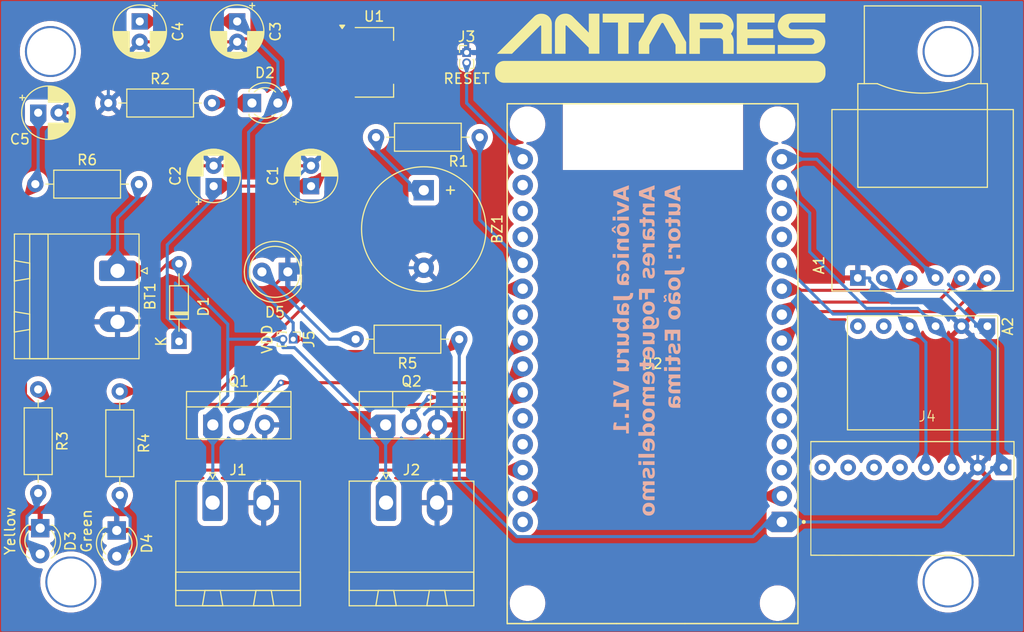
<source format=kicad_pcb>
(kicad_pcb (version 20240108) (generator "pcbnew") (generator_version "8.0")
  (layers (0 "F.Cu" signal) (31 "B.Cu" signal) (34 "B.Paste" user) (35 "F.Paste" user) (36 "B.SilkS" user "B.Silkscreen") (37 "F.SilkS" user "F.Silkscreen") (38 "B.Mask" user) (39 "F.Mask" user) (44 "Edge.Cuts" user))
  (net 0 "")
  (net 1 "CSSD")
  (net 2 "GND")
  (net 3 "SCK")
  (net 4 "MISO")
  (net 5 "+3V3")
  (net 6 "MOSI")
  (net 8 "SCL")
  (net 9 "SDA")
  (net 11 "Net-(BZ1--)")
  (net 12 "ADC_BATT")
  (net 13 "+BATT")
  (net 14 "BZR")
  (net 15 "LedAcionamento")
  (net 16 "LedStatus")
  (net 18 "Net-(D4-A)")
  (net 19 "EN")
  (net 20 "IGN_1")
  (net 21 "IGN_2")
  (net 22 "Net-(D1-K)")
  (net 23 "Net-(D2-K)")
  (net 24 "Net-(D3-A)")
  (net 25 "Net-(D5-A)")
  (net 32 "Net-(U2-GND-Pad2)")
  (footprint "Buzzer_Beeper:Buzzer_12x9.5RM7.6" (layer "F.Cu") (at 138.6 74.6 -90)
    (property "Reference" "BZ1")
    (property "Value" "Buzzer")
  )
  (footprint "Capacitor_THT:CP_Radial_D5.0mm_P2.00mm" (layer "F.Cu") (at 110.7574 58.0501 -90)
    (property "Reference" "C4")
    (property "Value" "0.1uF")
  )
  (footprint "Capacitor_THT:CP_Radial_D5.0mm_P2.00mm" (layer "F.Cu") (at 120.3074 58.0501 -90)
    (property "Reference" "C3")
    (property "Value" "10uF")
  )
  (footprint "Capacitor_THT:CP_Radial_D5.0mm_P2.00mm" (layer "F.Cu") (at 118 74.2 90)
    (property "Reference" "C2")
    (property "Value" "0.1uF")
  )
  (footprint "LED_THT:LED_D3.0mm" (layer "F.Cu") (at 101 107.725 -90)
    (property "Reference" "D3")
    (property "Value" "Yellow")
  )
  (footprint "Connector_PinHeader_1.00mm:PinHeader_1x02_P1.00mm_Vertical" (layer "F.Cu") (at 125.8 89.2 -90)
    (property "Reference" "J5")
    (property "Value" "VDD")
  )
  (footprint "Connector_Phoenix_MSTB:PhoenixContact_MSTBA_2,5_2-G_1x02_P5.00mm_Horizontal" (layer "F.Cu") (at 134.9 105.2225)
    (property "Reference" "J2")
    (property "Value" "Screw_Terminal_01x02")
  )
  (footprint "BMP280:BMP280_Module" (layer "F.Cu") (at 193.85 87.928 -90)
    (property "Reference" "A2")
    (property "Value" "BMP280_Module")
  )
  (footprint "Resistor_THT:R_Axial_DIN0207_L6.3mm_D2.5mm_P10.16mm_Horizontal" (layer "F.Cu") (at 107.6774 66.0501)
    (property "Reference" "R2")
    (property "Value" "220")
  )
  (footprint "SDcard_module:SD_Card_Module" (layer "F.Cu") (at 181.15 83.2 90)
    (property "Reference" "A1")
    (property "Value" "SD_Card_Module")
  )
  (footprint "Capacitor_THT:CP_Radial_D5.0mm_P2.00mm" (layer "F.Cu") (at 100.8 67)
    (property "Reference" "C5")
    (property "Value" "100n")
  )
  (footprint "Package_TO_SOT_THT:TO-220-3_Vertical" (layer "F.Cu") (at 134.86 97.6)
    (property "Reference" "Q2")
    (property "Value" "NMOS_Substrate")
  )
  (footprint "Connector_PinHeader_1.00mm:PinHeader_1x02_P1.00mm_Vertical" (layer "F.Cu") (at 142.8 61.1)
    (property "Reference" "J3")
    (property "Value" "RESET")
  )
  (footprint "Diode_THT:D_DO-34_SOD68_P7.62mm_Horizontal" (layer "F.Cu") (at 114.605 89.415 90)
    (property "Reference" "D1")
    (property "Value" "D")
  )
  (footprint "LED_THT:LED_D5.0mm" (layer "F.Cu") (at 125.275 82.6 180)
    (property "Reference" "D5")
    (property "Value" "LED")
  )
  (footprint "Connector_Phoenix_MSTB:PhoenixContact_MSTBA_2,5_2-G_1x02_P5.00mm_Horizontal" (layer "F.Cu") (at 108.5775 82.5 -90)
    (property "Reference" "BT1")
    (property "Value" "Battery_Cell")
  )
  (footprint "LED_THT:LED_D3.0mm" (layer "F.Cu") (at 121.7574 66.0501)
    (property "Reference" "D2")
    (property "Value" "Red")
  )
  (footprint "ESP32-DEVKIT-V1:MODULE_ESP32_DEVKIT_V1" (layer "F.Cu") (at 161 91.6 180)
    (property "Reference" "U2")
    (property "Value" "ESP32-DEVKIT-V1")
  )
  (footprint "Resistor_THT:R_Axial_DIN0207_L6.3mm_D2.5mm_P10.16mm_Horizontal" (layer "F.Cu") (at 142.08 89.2 180)
    (property "Reference" "R5")
    (property "Value" "220")
  )
  (footprint "Package_TO_SOT_THT:TO-220-3_Vertical" (layer "F.Cu") (at 117.92 97.6)
    (property "Reference" "Q1")
    (property "Value" "NMOS_Substrate")
  )
  (footprint "MPU6050:MPU6050" (layer "F.Cu") (at 187.942 96.777 -90)
    (property "Reference" "J4")
    (property "Value" "Conn_01x08_Pin")
  )
  (footprint "Resistor_THT:R_Axial_DIN0207_L6.3mm_D2.5mm_P10.16mm_Horizontal" (layer "F.Cu") (at 100.8 94.12 -90)
    (property "Reference" "R3")
    (property "Value" "125")
  )
  (footprint "Connector_Phoenix_MSTB:PhoenixContact_MSTBA_2,5_2-G_1x02_P5.00mm_Horizontal" (layer "F.Cu") (at 117.9 105.2225)
    (property "Reference" "J1")
    (property "Value" "Screw_Terminal_01x02")
  )
  (footprint "Package_TO_SOT_SMD:SOT-223-3_TabPin2" (layer "F.Cu") (at 133.7309 62.0611)
    (property "Reference" "U1")
    (property "Value" "AMS1117-3.3")
  )
  (footprint "Resistor_THT:R_Axial_DIN0207_L6.3mm_D2.5mm_P10.16mm_Horizontal" (layer "F.Cu") (at 108.8 94.32 -90)
    (property "Reference" "R4")
    (property "Value" "125")
  )
  (footprint "Resistor_THT:R_Axial_DIN0207_L6.3mm_D2.5mm_P10.16mm_Horizontal" (layer "F.Cu") (at 100.52 74)
    (property "Reference" "R6")
    (property "Value" "1M")
  )
  (footprint "Capacitor_THT:CP_Radial_D5.0mm_P2.00mm" (layer "F.Cu") (at 127.55 74.2 90)
    (property "Reference" "C1")
    (property "Value" "10uF")
  )
  (footprint "LED_THT:LED_D3.0mm" (layer "F.Cu") (at 108.5 107.95 -90)
    (property "Reference" "D4")
    (property "Value" "Green")
  )
  (footprint "Resistor_THT:R_Axial_DIN0207_L6.3mm_D2.5mm_P10.16mm_Horizontal" (layer "F.Cu") (at 144.08 69.4 180)
    (property "Reference" "R1")
    (property "Value" "100")
  )
  (gr_rect (start 97.1574 56.0501) (end 197.3574 117.8501) (stroke (width 0.2)) (fill none) (layer "F.Cu"))
  (gr_poly (pts (xy 150.108337 57.300384) (xy 150.172367 57.300384) (xy 150.222709 57.301679) (xy 150.272393 57.305474) (xy 150.321358 57.311708) (xy 150.369542 57.320319) (xy 150.416884 57.331247) (xy 150.463322 57.344429) (xy 150.508795 57.359806) (xy 150.553243 57.377316) (xy 150.596602 57.396897) (xy 150.638813 57.418488) (xy 150.679813 57.442029) (xy 150.719543 57.467457) (xy 150.757939 57.494713) (xy 150.794941 57.523734) (xy 150.830487 57.55446) (xy 150.864517 57.586828) (xy 150.896968 57.620779) (xy 150.92778 57.656251) (xy 150.956891 57.693183) (xy 150.98424 57.731513) (xy 151.009765 57.77118) (xy 151.033405 57.812123) (xy 151.055099 57.854282) (xy 151.074786 57.897594) (xy 151.092404 57.941999) (xy 151.107891 57.987435) (xy 151.121187 58.033841) (xy 151.13223 58.081156) (xy 151.140959 58.129319) (xy 151.147313 58.178269) (xy 151.151229 58.227944) (xy 151.152648 58.278284) (xy 151.152648 61.225742) (xy 150.10966 61.225742) (xy 150.10966 58.51535) (xy 150.109823 58.512065) (xy 150.109817 58.508811) (xy 150.109647 58.505592) (xy 150.109317 58.502412) (xy 150.108829 58.499276) (xy 150.108189 58.496188) (xy 150.1074 58.493152) (xy 150.106465 58.490174) (xy 150.105389 58.487256) (xy 150.104175 58.484405) (xy 150.102827 58.481623) (xy 150.101349 58.478915) (xy 150.099746 58.476287) (xy 150.098019 58.473741) (xy 150.096175 58.471283) (xy 150.094216 58.468916) (xy 150.092145 58.466646) (xy 150.089968 58.464476) (xy 150.087688 58.462411) (xy 150.085308 58.460455) (xy 150.082833 58.458612) (xy 150.080266 58.456888) (xy 150.077611 58.455286) (xy 150.074872 58.45381) (xy 150.072053 58.452466) (xy 150.069157 58.451256) (xy 150.066189 58.450187) (xy 150.063152 58.449261) (xy 150.06005 58.448485) (xy 150.056887 58.44786) (xy 150.053667 58.447393) (xy 150.050394 58.447088) (xy 150.046634 58.446948) (xy 150.042901 58.447022) (xy 150.039201 58.447307) (xy 150.035544 58.447799) (xy 150.031936 58.448496) (xy 150.028386 58.449395) (xy 150.0249 58.450492) (xy 150.021488 58.451784) (xy 150.018156 58.453269) (xy 150.014913 58.454943) (xy 150.011765 58.456803) (xy 150.008722 58.458845) (xy 150.00579 58.461068) (xy 150.002977 58.463467) (xy 150.000292 58.46604) (xy 149.997741 58.468784) (xy 147.653533 60.813521) (xy 147.242635 61.225742) (xy 145.784782 61.225742) (xy 145.775257 61.216217) (xy 146.91614 60.076128) (xy 149.408515 57.583488) (xy 149.425877 57.566597) (xy 149.443627 57.550158) (xy 149.461757 57.534178) (xy 149.480258 57.518661) (xy 149.499122 57.503614) (xy 149.518341 57.489043) (xy 149.537905 57.474953) (xy 149.557806 57.46135) (xy 149.578036 57.44824) (xy 149.598586 57.435629) (xy 149.619447 57.423522) (xy 149.640612 57.411926) (xy 149.662071 57.400847) (xy 149.683817 57.390289) (xy 149.70584 57.380259) (xy 149.728131 57.370763) (xy 149.7506 57.361815) (xy 149.77325 57.353427) (xy 149.796073 57.345601) (xy 149.819057 57.338339) (xy 149.842193 57.331643) (xy 149.865472 57.325515) (xy 149.888882 57.319956) (xy 149.912414 57.314969) (xy 149.936057 57.310556) (xy 149.959802 57.306718) (xy 149.983638 57.303457) (xy 150.007556 57.300777) (xy 150.031545 57.298677) (xy 150.055595 57.297161) (xy 150.079697 57.29623) (xy 150.103839 57.295886)) (stroke (width -0.000001)) (fill solid) (layer "F.SilkS"))
  (gr_poly (pts (xy 162.07699 57.295951) (xy 162.161226 57.303885) (xy 162.244951 57.317109) (xy 162.327908 57.335623) (xy 162.409841 57.359426) (xy 162.490496 57.388519) (xy 162.569616 57.422901) (xy 162.646945 57.462573) (xy 162.682268 57.481658) (xy 162.716782 57.501987) (xy 162.750456 57.523528) (xy 162.783263 57.546256) (xy 162.815174 57.570139) (xy 162.846161 57.595151) (xy 162.876194 57.621262) (xy 162.905245 57.648443) (xy 162.933285 57.676666) (xy 162.960285 57.705902) (xy 162.986218 57.736122) (xy 163.011053 57.767298) (xy 163.034763 57.799402) (xy 163.057319 57.832404) (xy 163.078692 57.866275) (xy 163.098854 57.900987) (xy 164.307471 60.055489) (xy 164.309253 60.058937) (xy 164.31093 60.062432) (xy 164.312499 60.065971) (xy 164.313961 60.069554) (xy 164.315314 60.073176) (xy 164.316558 60.076837) (xy 164.317692 60.080533) (xy 164.318715 60.084263) (xy 164.319626 60.088023) (xy 164.320425 60.091813) (xy 164.321111 60.095628) (xy 164.321683 60.099468) (xy 164.32214 60.103329) (xy 164.322482 60.10721) (xy 164.322708 60.111108) (xy 164.322816 60.115021) (xy 164.322018 60.115021) (xy 164.322018 61.225742) (xy 163.278502 61.225742) (xy 163.278502 60.387277) (xy 163.278487 60.383111) (xy 163.278341 60.378948) (xy 163.278065 60.374793) (xy 163.277659 60.37065) (xy 163.277122 60.366522) (xy 163.276456 60.362414) (xy 163.275659 60.358328) (xy 163.274732 60.35427) (xy 163.273674 60.350243) (xy 163.272487 60.346251) (xy 163.271169 60.342298) (xy 163.269721 60.338387) (xy 163.268143 60.334523) (xy 163.266435 60.330709) (xy 163.264597 60.326949) (xy 163.262628 60.323248) (xy 162.100842 58.254471) (xy 162.09762 58.248952) (xy 162.094159 58.24366) (xy 162.090472 58.238598) (xy 162.086569 58.233767) (xy 162.08246 58.229173) (xy 162.078156 58.224817) (xy 162.073668 58.220703) (xy 162.069006 58.216834) (xy 162.064181 58.213213) (xy 162.059203 58.209843) (xy 162.054083 58.206728) (xy 162.048832 58.203869) (xy 162.043461 58.201272) (xy 162.037979 58.198937) (xy 162.032397 58.19687) (xy 162.026727 58.195072) (xy 162.020978 58.193547) (xy 162.015162 58.192298) (xy 162.009289 58.191328) (xy 162.003369 58.19064) (xy 161.997413 58.190238) (xy 161.991432 58.190124) (xy 161.985437 58.190301) (xy 161.979437 58.190773) (xy 161.973444 58.191542) (xy 161.967468 58.192612) (xy 161.96152 58.193986) (xy 161.95561 58.195667) (xy 161.94975 58.197658) (xy 161.943949 58.199963) (xy 161.938218 58.202583) (xy 161.932568 58.205523) (xy 161.928742 58.207721) (xy 161.925006 58.210046) (xy 161.921362 58.212497) (xy 161.917813 58.215069) (xy 161.914362 58.21776) (xy 161.911011 58.220569) (xy 161.907763 58.223491) (xy 161.904621 58.226524) (xy 161.901588 58.229666) (xy 161.898666 58.232914) (xy 161.895858 58.236265) (xy 161.893166 58.239716) (xy 161.890594 58.243265) (xy 161.888144 58.246909) (xy 161.885819 58.250645) (xy 161.883621 58.254471) (xy 160.721837 60.3251) (xy 160.719865 60.328799) (xy 160.718019 60.33255) (xy 160.716298 60.336352) (xy 160.714706 60.340202) (xy 160.713241 60.344097) (xy 160.711907 60.348034) (xy 160.710704 60.35201) (xy 160.709633 60.356023) (xy 160.708695 60.360071) (xy 160.707892 60.364149) (xy 160.707224 60.368257) (xy 160.706693 60.37239) (xy 160.7063 60.376547) (xy 160.706047 60.380724) (xy 160.705933 60.384919) (xy 160.705962 60.389129) (xy 160.705962 61.227594) (xy 159.662445 61.227594) (xy 159.662445 60.115021) (xy 159.662507 60.110857) (xy 159.662693 60.106702) (xy 159.663003 60.102559) (xy 159.663437 60.09843) (xy 159.663995 60.094319) (xy 159.664677 60.090227) (xy 159.665484 60.086157) (xy 159.666414 60.082113) (xy 159.667468 60.078097) (xy 159.668646 60.074111) (xy 159.669949 60.070159) (xy 159.671375 60.066242) (xy 159.672925 60.062365) (xy 159.6746 60.058529) (xy 159.676398 60.054737) (xy 159.67832 60.050992) (xy 160.886143 57.900987) (xy 160.906305 57.866275) (xy 160.927678 57.832404) (xy 160.950233 57.799402) (xy 160.973943 57.767298) (xy 160.998779 57.736122) (xy 161.024711 57.705902) (xy 161.051712 57.676666) (xy 161.079752 57.648443) (xy 161.108803 57.621262) (xy 161.138836 57.595151) (xy 161.169822 57.570139) (xy 161.201733 57.546256) (xy 161.234541 57.523528) (xy 161.268215 57.501987) (xy 161.302729 57.481658) (xy 161.338052 57.462573) (xy 161.415382 57.422901) (xy 161.494501 57.388519) (xy 161.575156 57.359426) (xy 161.65709 57.335623) (xy 161.740047 57.317109) (xy 161.823771 57.303885) (xy 161.908007 57.295951) (xy 161.992499 57.293306)) (stroke (width -0.000001)) (fill solid) (layer "F.SilkS"))
  (gr_poly (pts (xy 169.111241 62.545748) (xy 169.111241 63.309336) (xy 169.394611 63.309336) (xy 169.394611 63.463324) (xy 168.932385 63.463324) (xy 168.932385 62.545484) (xy 169.111243 62.545484)) (fill solid) (layer "F.SilkS"))
  (gr_poly (pts (xy 163.18838 62.525696) (xy 163.214669 62.527435) (xy 163.240399 62.530305) (xy 163.265552 62.534286) (xy 163.290105 62.539353) (xy 163.31404 62.545485) (xy 163.337334 62.55266) (xy 163.359967 62.560855) (xy 163.38192 62.570047) (xy 163.40317 62.580214) (xy 163.423697 62.591335) (xy 163.443482 62.603385) (xy 163.462502 62.616344) (xy 163.480738 62.630189) (xy 163.498168 62.644897) (xy 163.514773 62.660445) (xy 163.530532 62.676813) (xy 163.545423 62.693976) (xy 163.559427 62.711914) (xy 163.572522 62.730602) (xy 163.584688 62.75002) (xy 163.595904 62.770144) (xy 163.606151 62.790953) (xy 163.615406 62.812424) (xy 163.62365 62.834534) (xy 163.630861 62.857261) (xy 163.63702 62.880583) (xy 163.642105 62.904477) (xy 163.646096 62.928921) (xy 163.648973 62.953893) (xy 163.650714 62.97937) (xy 163.651298 63.00533) (xy 163.650714 63.031286) (xy 163.648973 63.056751) (xy 163.646096 63.081705) (xy 163.642105 63.106125) (xy 163.63702 63.12999) (xy 163.630861 63.153276) (xy 163.62365 63.175963) (xy 163.615406 63.198029) (xy 163.606151 63.219451) (xy 163.595904 63.240208) (xy 163.584688 63.260278) (xy 163.572522 63.279638) (xy 163.559427 63.298268) (xy 163.545423 63.316145) (xy 163.530532 63.333247) (xy 163.514773 63.349552) (xy 163.498168 63.365039) (xy 163.480738 63.379686) (xy 163.462502 63.39347) (xy 163.443482 63.40637) (xy 163.423697 63.418363) (xy 163.40317 63.429429) (xy 163.38192 63.439545) (xy 163.359967 63.448689) (xy 163.337334 63.456839) (xy 163.31404 63.463973) (xy 163.290105 63.47007) (xy 163.265552 63.475108) (xy 163.240399 63.479064) (xy 163.214669 63.481917) (xy 163.18838 63.483645) (xy 163.161555 63.484225) (xy 163.13473 63.483645) (xy 163.108442 63.481917) (xy 163.082711 63.479064) (xy 163.057559 63.475108) (xy 163.033005 63.47007) (xy 163.00907 63.463973) (xy 162.985776 63.456839) (xy 162.963143 63.448689) (xy 162.94119 63.439545) (xy 162.91994 63.429429) (xy 162.899412 63.418363) (xy 162.879628 63.40637) (xy 162.860608 63.39347) (xy 162.842372 63.379686) (xy 162.824941 63.365039) (xy 162.808336 63.349553) (xy 162.792578 63.333247) (xy 162.777686 63.316145) (xy 162.763683 63.298268) (xy 162.750588 63.279639) (xy 162.738421 63.260278) (xy 162.727205 63.240208) (xy 162.716959 63.219451) (xy 162.707703 63.198029) (xy 162.69946 63.175963) (xy 162.692248 63.153276) (xy 162.686089 63.12999) (xy 162.681004 63.106126) (xy 162.677013 63.081705) (xy 162.674137 63.056752) (xy 162.672396 63.031286) (xy 162.671811 63.00533) (xy 162.856229 63.00533) (xy 162.856597 63.022579) (xy 162.857693 63.039492) (xy 162.859502 63.056055) (xy 162.862012 63.072254) (xy 162.865209 63.088074) (xy 162.869079 63.103504) (xy 162.873609 63.118527) (xy 162.878784 63.133131) (xy 162.884593 63.147302) (xy 162.89102 63.161026) (xy 162.898052 63.174289) (xy 162.905677 63.187076) (xy 162.913879 63.199376) (xy 162.922647 63.211172) (xy 162.931965 63.222452) (xy 162.941821 63.233202) (xy 162.952201 63.243407) (xy 162.963092 63.253055) (xy 162.974479 63.262131) (xy 162.98635 63.270621) (xy 162.99869 63.278511) (xy 163.011487 63.285788) (xy 163.024726 63.292438) (xy 163.038394 63.298447) (xy 163.052478 63.3038) (xy 163.066963 63.308485) (xy 163.081837 63.312487) (xy 163.097086 63.315792) (xy 163.112696 63.318387) (xy 163.128653 63.320258) (xy 163.144945 63.321391) (xy 163.161557 63.321771) (xy 163.178169 63.321391) (xy 163.194461 63.320258) (xy 163.210418 63.318387) (xy 163.226028 63.315792) (xy 163.241276 63.312487) (xy 163.25615 63.308485) (xy 163.270636 63.3038) (xy 163.284719 63.298447) (xy 163.298388 63.292438) (xy 163.311627 63.285788) (xy 163.324423 63.278511) (xy 163.336764 63.270621) (xy 163.348634 63.262131) (xy 163.360022 63.253055) (xy 163.370912 63.243408) (xy 163.381292 63.233202) (xy 163.391148 63.222452) (xy 163.400467 63.211172) (xy 163.409234 63.199376) (xy 163.417437 63.187077) (xy 163.425061 63.174289) (xy 163.432094 63.161026) (xy 163.438521 63.147302) (xy 163.444329 63.133132) (xy 163.449505 63.118527) (xy 163.454035 63.103504) (xy 163.457905 63.088075) (xy 163.461102 63.072254) (xy 163.463612 63.056055) (xy 163.465421 63.039492) (xy 163.466517 63.022579) (xy 163.466885 63.00533) (xy 163.466517 62.988076) (xy 163.465421 62.971152) (xy 163.463612 62.954572) (xy 163.461102 62.938349) (xy 163.457905 62.922498) (xy 163.454035 62.907033) (xy 163.449505 62.891969) (xy 163.444329 62.877321) (xy 163.438521 62.863102) (xy 163.432094 62.849326) (xy 163.425061 62.836009) (xy 163.417437 62.823164) (xy 163.409234 62.810806) (xy 163.400467 62.798949) (xy 163.391148 62.787607) (xy 163.381292 62.776796) (xy 163.370912 62.766528) (xy 163.360022 62.756819) (xy 163.348634 62.747683) (xy 163.336764 62.739134) (xy 163.324423 62.731186) (xy 163.311627 62.723855) (xy 163.298388 62.717153) (xy 163.284719 62.711096) (xy 163.270636 62.705698) (xy 163.25615 62.700973) (xy 163.241276 62.696936) (xy 163.226028 62.693601) (xy 163.210418 62.690982) (xy 163.194461 62.689093) (xy 163.178169 62.687949) (xy 163.161557 62.687565) (xy 163.144945 62.687949) (xy 163.128653 62.689093) (xy 163.112696 62.690982) (xy 163.097086 62.693601) (xy 163.081837 62.696936) (xy 163.066963 62.700973) (xy 163.052478 62.705698) (xy 163.038394 62.711096) (xy 163.024726 62.717153) (xy 163.011487 62.723855) (xy 162.99869 62.731186) (xy 162.98635 62.739134) (xy 162.974479 62.747683) (xy 162.963092 62.756819) (xy 162.952201 62.766528) (xy 162.941821 62.776796) (xy 162.931965 62.787607) (xy 162.922647 62.798949) (xy 162.913879 62.810806) (xy 162.905677 62.823164) (xy 162.898052 62.836009) (xy 162.89102 62.849326) (xy 162.884593 62.863102) (xy 162.878784 62.877321) (xy 162.873609 62.89197) (xy 162.869079 62.907033) (xy 162.865209 62.922498) (xy 162.862012 62.938349) (xy 162.859502 62.954572) (xy 162.857693 62.971152) (xy 162.856597 62.988076) (xy 162.856229 63.00533) (xy 162.671811 63.00533) (xy 162.672396 62.97937) (xy 162.674137 62.953893) (xy 162.677013 62.928921) (xy 162.681004 62.904477) (xy 162.686089 62.880582) (xy 162.692248 62.85726) (xy 162.69946 62.834533) (xy 162.707703 62.812423) (xy 162.716959 62.790953) (xy 162.727205 62.770144) (xy 162.738421 62.75002) (xy 162.750588 62.730602) (xy 162.763683 62.711913) (xy 162.777686 62.693976) (xy 162.792578 62.676812) (xy 162.808336 62.660445) (xy 162.824941 62.644896) (xy 162.842372 62.630188) (xy 162.860608 62.616344) (xy 162.879628 62.603385) (xy 162.899412 62.591334) (xy 162.91994 62.580214) (xy 162.94119 62.570047) (xy 162.963143 62.560854) (xy 162.985776 62.55266) (xy 163.00907 62.545485) (xy 163.033005 62.539353) (xy 163.057559 62.534286) (xy 163.082711 62.530305) (xy 163.108442 62.527435) (xy 163.13473 62.525696) (xy 163.161555 62.525111)) (fill solid) (layer "F.SilkS"))
  (gr_poly (pts (xy 168.889425 58.035469) (xy 168.896684 58.053144) (xy 168.903627 58.070949) (xy 168.910256 58.088875) (xy 168.916576 58.106913) (xy 168.922588 58.125053) (xy 168.928297 58.143286) (xy 168.933705 58.161603) (xy 168.928297 58.143286) (xy 168.922588 58.125053) (xy 168.916576 58.106913) (xy 168.910256 58.088875) (xy 168.903627 58.070949) (xy 168.896684 58.053144) (xy 168.889425 58.035469) (xy 168.881847 58.017934)) (stroke (width -0.000001)) (fill solid) (layer "F.SilkS"))
  (gr_poly (pts (xy 172.543961 62.525787) (xy 172.556458 62.526305) (xy 172.569958 62.527299) (xy 172.584364 62.52888) (xy 172.599579 62.531155) (xy 172.615507 62.534234) (xy 172.63205 62.538224) (xy 172.649112 62.543234) (xy 172.666595 62.549372) (xy 172.684404 62.556748) (xy 172.70244 62.565469) (xy 172.720608 62.575645) (xy 172.72971 62.581312) (xy 172.738809 62.587383) (xy 172.747892 62.593872) (xy 172.756948 62.600793) (xy 172.765964 62.608158) (xy 172.774927 62.615982) (xy 172.783827 62.624278) (xy 172.79265 62.63306) (xy 172.698985 62.755562) (xy 172.698988 62.755034) (xy 172.693926 62.748524) (xy 172.688816 62.742381) (xy 172.683664 62.736596) (xy 172.678478 62.731158) (xy 172.673265 62.726056) (xy 172.668033 62.721279) (xy 172.662789 62.716817) (xy 172.65754 62.712659) (xy 172.647056 62.705214) (xy 172.636639 62.69886) (xy 172.626348 62.693512) (xy 172.616241 62.689086) (xy 172.606375 62.685497) (xy 172.59681 62.682661) (xy 172.587602 62.680492) (xy 172.578811 62.678908) (xy 172.570494 62.677822) (xy 172.562709 62.677152) (xy 172.54897 62.676717) (xy 172.540134 62.676892) (xy 172.531679 62.677409) (xy 172.523598 62.678253) (xy 172.515885 62.679412) (xy 172.508533 62.680871) (xy 172.501536 62.682617) (xy 172.494887 62.684636) (xy 172.488579 62.686915) (xy 172.482606 62.689441) (xy 172.476962 62.692199) (xy 172.471639 62.695175) (xy 172.466631 62.698357) (xy 172.461932 62.701731) (xy 172.457535 62.705282) (xy 172.453433 62.708998) (xy 172.449619 62.712865) (xy 172.446088 62.716869) (xy 172.442833 62.720997) (xy 172.439846 62.725235) (xy 172.437122 62.729569) (xy 172.432434 62.738471) (xy 172.428717 62.747596) (xy 172.425918 62.756834) (xy 172.423983 62.766076) (xy 172.422861 62.775213) (xy 172.422499 62.784137) (xy 172.422582 62.788239) (xy 172.422838 62.792311) (xy 172.423279 62.796351) (xy 172.423917 62.80036) (xy 172.424765 62.804338) (xy 172.425834 62.808285) (xy 172.427136 62.812201) (xy 172.428683 62.816086) (xy 172.430488 62.81994) (xy 172.432563 62.823763) (xy 172.434918 62.827555) (xy 172.437567 62.831316) (xy 172.440522 62.835046) (xy 172.443794 62.838745) (xy 172.447395 62.842413) (xy 172.451338 62.84605) (xy 172.45556 62.849812) (xy 172.460008 62.85338) (xy 172.464709 62.856779) (xy 172.469691 62.86004) (xy 172.474982 62.863188) (xy 172.480608 62.866253) (xy 172.486598 62.869262) (xy 172.492979 62.872243) (xy 172.499779 62.875225) (xy 172.507024 62.878234) (xy 172.522963 62.884447) (xy 172.541017 62.891107) (xy 172.561406 62.898437) (xy 172.587977 62.907787) (xy 172.61398 62.917326) (xy 172.63922 62.927268) (xy 172.663502 62.937827) (xy 172.675223 62.943405) (xy 172.686631 62.949217) (xy 172.697702 62.95529) (xy 172.708411 62.961652) (xy 172.718734 62.968328) (xy 172.728646 62.975346) (xy 172.738124 62.982731) (xy 172.747142 62.990512) (xy 172.754823 62.997751) (xy 172.762358 63.005582) (xy 172.769696 63.014016) (xy 172.776791 63.023064) (xy 172.783595 63.032735) (xy 172.79006 63.043039) (xy 172.796136 63.053987) (xy 172.801777 63.065588) (xy 172.806935 63.077852) (xy 172.81156 63.09079) (xy 172.815606 63.104412) (xy 172.817396 63.111482) (xy 172.819024 63.118727) (xy 172.820482 63.126149) (xy 172.821766 63.133747) (xy 172.822869 63.141524) (xy 172.823784 63.14948) (xy 172.824507 63.157618) (xy 172.82503 63.165937) (xy 172.825349 63.174441) (xy 172.825456 63.183129) (xy 172.825079 63.19973) (xy 172.823957 63.215988) (xy 172.822102 63.231892) (xy 172.819526 63.24743) (xy 172.816244 63.262589) (xy 172.812266 63.277357) (xy 172.807606 63.291722) (xy 172.802277 63.305672) (xy 172.79629 63.319195) (xy 172.789659 63.332279) (xy 172.782397 63.344912) (xy 172.774516 63.357081) (xy 172.766028 63.368774) (xy 172.756947 63.37998) (xy 172.747284 63.390686) (xy 172.737053 63.400881) (xy 172.726267 63.410551) (xy 172.714937 63.419685) (xy 172.703076 63.428271) (xy 172.690698 63.436297) (xy 172.677815 63.44375) (xy 172.664439 63.450618) (xy 172.650583 63.45689) (xy 172.63626 63.462553) (xy 172.621482 63.467596) (xy 172.606263 63.472005) (xy 172.590613 63.475769) (xy 172.574548 63.478876) (xy 172.558078 63.481314) (xy 172.541217 63.48307) (xy 172.523977 63.484132) (xy 172.506371 63.484489) (xy 172.490701 63.484191) (xy 172.47544 63.483313) (xy 172.460584 63.481881) (xy 172.44613 63.479918) (xy 172.432075 63.477451) (xy 172.418413 63.474504) (xy 172.392259 63.46727) (xy 172.36764 63.458417) (xy 172.344528 63.448142) (xy 172.322892 63.436647) (xy 172.302706 63.424131) (xy 172.283939 63.410793) (xy 172.266564 63.396833) (xy 172.250552 63.38245) (xy 172.235874 63.367845) (xy 172.222501 63.353216) (xy 172.210405 63.338764) (xy 172.199557 63.324688) (xy 172.189928 63.311187) (xy 172.306874 63.199797) (xy 172.311107 63.208017) (xy 172.315565 63.21591) (xy 172.320237 63.223482) (xy 172.325112 63.230737) (xy 172.330178 63.237678) (xy 172.335426 63.244311) (xy 172.340843 63.250639) (xy 172.34642 63.256666) (xy 172.352144 63.262397) (xy 172.358006 63.267837) (xy 172.363994 63.272989) (xy 172.370097 63.277858) (xy 172.376304 63.282447) (xy 172.382605 63.286762) (xy 172.388988 63.290806) (xy 172.395442 63.294584) (xy 172.408522 63.301358) (xy 172.421755 63.307119) (xy 172.435056 63.311899) (xy 172.448335 63.315734) (xy 172.461506 63.318658) (xy 172.474481 63.320703) (xy 172.487172 63.321906) (xy 172.499492 63.322299) (xy 172.507045 63.322155) (xy 172.51447 63.321725) (xy 172.52176 63.321013) (xy 172.528906 63.320023) (xy 172.535903 63.318759) (xy 172.542741 63.317226) (xy 172.549416 63.315426) (xy 172.555918 63.313365) (xy 172.56224 63.311047) (xy 172.568376 63.308474) (xy 172.574318 63.305652) (xy 172.580058 63.302584) (xy 172.58559 63.299275) (xy 172.590905 63.295728) (xy 172.595997 63.291947) (xy 172.600859 63.287937) (xy 172.605483 63.283701) (xy 172.609861 63.279243) (xy 172.613987 63.274568) (xy 172.617853 63.26968) (xy 172.621451 63.264582) (xy 172.624775 63.259278) (xy 172.627818 63.253774) (xy 172.630571 63.248071) (xy 172.633027 63.242176) (xy 172.63518 63.236091) (xy 172.637022 63.22982) (xy 172.638545 63.223369) (xy 172.639742 63.216739) (xy 172.640607 63.209937) (xy 172.641131 63.202966) (xy 172.641307 63.195829) (xy 172.641176 63.189707) (xy 172.640782 63.183741) (xy 172.640119 63.177924) (xy 172.639186 63.172252) (xy 172.637979 63.166717) (xy 172.636494 63.161314) (xy 172.634727 63.156038) (xy 172.632676 63.150882) (xy 172.630336 63.145841) (xy 172.627704 63.140909) (xy 172.624777 63.13608) (xy 172.621551 63.131349) (xy 172.618023 63.126708) (xy 172.614189 63.122154) (xy 172.610045 63.117679) (xy 172.605589 63.113279) (xy 172.598904 63.107486) (xy 172.591769 63.102002) (xy 172.584218 63.096804) (xy 172.576286 63.091872) (xy 172.568007 63.087185) (xy 172.559415 63.082722) (xy 172.550544 63.078463) (xy 172.541428 63.074385) (xy 172.5321 63.070469) (xy 172.522597 63.066692) (xy 172.503195 63.059477) (xy 172.463771 63.04581) (xy 172.445307 63.03936) (xy 172.426188 63.032209) (xy 172.406654 63.024202) (xy 172.396806 63.019829) (xy 172.386943 63.015184) (xy 172.377096 63.010248) (xy 172.367295 63.005001) (xy 172.357568 62.999423) (xy 172.347946 62.993497) (xy 172.33846 62.987201) (xy 172.329138 62.980516) (xy 172.32001 62.973424) (xy 172.311107 62.965905) (xy 172.305316 62.960701) (xy 172.299309 62.954894) (xy 172.293167 62.948456) (xy 172.286971 62.941361) (xy 172.280804 62.933583) (xy 172.274746 62.925094) (xy 172.268878 62.915868) (xy 172.266041 62.91097) (xy 172.263283 62.905878) (xy 172.260613 62.900588) (xy 172.258041 62.895098) (xy 172.255578 62.889403) (xy 172.253234 62.8835) (xy 172.251019 62.877386) (xy 172.248943 62.871058) (xy 172.247017 62.864512) (xy 172.24525 62.857745) (xy 172.243653 62.850753) (xy 172.242236 62.843534) (xy 172.241009 62.836084) (xy 172.239982 62.828399) (xy 172.239166 62.820477) (xy 172.23857 62.812313) (xy 172.238205 62.803905) (xy 172.238081 62.795249) (xy 172.23915 62.769984) (xy 172.240493 62.757416) (xy 172.242379 62.744923) (xy 172.244813 62.732529) (xy 172.247799 62.720261) (xy 172.251342 62.708141) (xy 172.255445 62.696196) (xy 172.260112 62.684449) (xy 172.265347 62.672925) (xy 172.271155 62.661648) (xy 172.27754 62.650644) (xy 172.284505 62.639937) (xy 172.292054 62.629551) (xy 172.300193 62.619512) (xy 172.308924 62.609843) (xy 172.318252 62.600569) (xy 172.328181 62.591715) (xy 172.338715 62.583306) (xy 172.349858 62.575366) (xy 172.361614 62.56792) (xy 172.373988 62.560992) (xy 172.386983 62.554607) (xy 172.400603 62.54879) (xy 172.414852 62.543565) (xy 172.429735 62.538957) (xy 172.445256 62.53499) (xy 172.461418 62.531689) (xy 172.478225 62.529079) (xy 172.495683 62.527184) (xy 172.513794 62.526029) (xy 172.532564 62.525639)) (fill solid) (layer "F.SilkS"))
  (gr_poly (pts (xy 165.273619 62.546487) (xy 165.296686 62.547517) (xy 165.319394 62.54908) (xy 165.341754 62.551249) (xy 165.363775 62.554092) (xy 165.385468 62.557681) (xy 165.406843 62.562086) (xy 165.427912 62.567378) (xy 165.448684 62.573628) (xy 165.46917 62.580905) (xy 165.489381 62.589281) (xy 165.509326 62.598825) (xy 165.529017 62.609609) (xy 165.548464 62.621703) (xy 165.567677 62.635178) (xy 165.588013 62.651479) (xy 165.60723 62.668902) (xy 165.625303 62.6874) (xy 165.642203 62.706929) (xy 165.657906 62.727445) (xy 165.672383 62.748901) (xy 165.685608 62.771253) (xy 165.697555 62.794457) (xy 165.708196 62.818466) (xy 165.717505 62.843237) (xy 165.725455 62.868724) (xy 165.73202 62.894883) (xy 165.737173 62.921667) (xy 165.740886 62.949034) (xy 165.743134 62.976936) (xy 165.743889 63.00533) (xy 165.743149 63.033706) (xy 165.740935 63.061561) (xy 165.737254 63.088856) (xy 165.732115 63.115554) (xy 165.725524 63.141615) (xy 165.71749 63.167004) (xy 165.708021 63.19168) (xy 165.697124 63.215607) (xy 165.684807 63.238747) (xy 165.671077 63.261061) (xy 165.655943 63.282511) (xy 165.639412 63.30306) (xy 165.621492 63.32267) (xy 165.602191 63.341302) (xy 165.581516 63.358919) (xy 165.559476 63.375482) (xy 165.539409 63.388942) (xy 165.519459 63.400994) (xy 165.499574 63.411712) (xy 165.479703 63.421172) (xy 165.459795 63.429448) (xy 165.439799 63.436613) (xy 165.419663 63.442743) (xy 165.399336 63.447912) (xy 165.378767 63.452194) (xy 165.357906 63.455663) (xy 165.3367 63.458395) (xy 165.315099 63.460463) (xy 165.293052 63.461942) (xy 165.270506 63.462906) (xy 165.223718 63.463588) (xy 164.987181 63.463588) (xy 164.987181 62.699736) (xy 165.166038 62.699736) (xy 165.166038 63.309336) (xy 165.220808 63.309336) (xy 165.240238 63.309109) (xy 165.263828 63.308017) (xy 165.276918 63.306954) (xy 165.29073 63.305443) (xy 165.305157 63.303407) (xy 165.320094 63.30077) (xy 165.335433 63.297453) (xy 165.35107 63.293381) (xy 165.366897 63.288475) (xy 165.382808 63.282658) (xy 165.398698 63.275855) (xy 165.41446 63.267986) (xy 165.42226 63.263628) (xy 165.429988 63.258976) (xy 165.437631 63.254018) (xy 165.445175 63.248747) (xy 165.451928 63.243716) (xy 165.458493 63.238452) (xy 165.471053 63.227251) (xy 165.482841 63.215196) (xy 165.493842 63.202341) (xy 165.504044 63.188741) (xy 165.513432 63.174449) (xy 165.521992 63.159519) (xy 165.52971 63.144005) (xy 165.536572 63.12796) (xy 165.542565 63.11144) (xy 165.547674 63.094497) (xy 165.551885 63.077185) (xy 165.555185 63.059559) (xy 165.55756 63.041671) (xy 165.558994 63.023577) (xy 165.559476 63.00533) (xy 165.559009 62.987094) (xy 165.557617 62.969029) (xy 165.555309 62.951181) (xy 165.552096 62.933599) (xy 165.547989 62.916328) (xy 165.542998 62.899415) (xy 165.537133 62.882908) (xy 165.530404 62.866854) (xy 165.522824 62.851298) (xy 165.514401 62.836289) (xy 165.505146 62.821872) (xy 165.49507 62.808095) (xy 165.484183 62.795006) (xy 165.472496 62.782649) (xy 165.460019 62.771074) (xy 165.446762 62.760326) (xy 165.432641 62.750576) (xy 165.418204 62.741922) (xy 165.403519 62.734298) (xy 165.388654 62.727641) (xy 165.373677 62.721887) (xy 165.358657 62.71697) (xy 165.343661 62.712827) (xy 165.328759 62.709394) (xy 165.314018 62.706605) (xy 165.299506 62.704397) (xy 165.285292 62.702705) (xy 165.271443 62.701464) (xy 165.245117 62.700083) (xy 165.221072 62.699736) (xy 165.166038 62.699736) (xy 164.987181 62.699736) (xy 164.987181 62.545749) (xy 165.226389 62.545749)) (fill solid) (layer "F.SilkS"))
  (gr_poly (pts (xy 150.974636 62.525926) (xy 150.987749 62.526645) (xy 151.00093 62.527691) (xy 151.014169 62.529084) (xy 151.027454 62.530845) (xy 151.040776 62.532997) (xy 151.054124 62.535562) (xy 151.067487 62.538561) (xy 151.080855 62.542016) (xy 151.094218 62.545948) (xy 151.107565 62.550379) (xy 151.120886 62.555331) (xy 151.13417 62.560826) (xy 151.147407 62.566885) (xy 151.160585 62.57353) (xy 151.171755 62.579478) (xy 151.183016 62.586012) (xy 151.194338 62.593137) (xy 151.205689 62.600857) (xy 151.217036 62.609175) (xy 151.228349 62.618095) (xy 151.239595 62.627621) (xy 151.250742 62.637758) (xy 151.261759 62.648508) (xy 151.272615 62.659876) (xy 151.283276 62.671866) (xy 151.293712 62.684481) (xy 151.303891 62.697726) (xy 151.31378 62.711604) (xy 151.323349 62.72612) (xy 151.332565 62.741276) (xy 151.176989 62.825149) (xy 151.170871 62.81389) (xy 151.164452 62.803319) (xy 151.15778 62.793415) (xy 151.150903 62.784159) (xy 151.143868 62.775531) (xy 151.136722 62.76751) (xy 151.129513 62.760078) (xy 151.122287 62.753215) (xy 151.115092 62.746901) (xy 151.107975 62.741115) (xy 151.100985 62.735839) (xy 151.094166 62.731052) (xy 151.087569 62.726735) (xy 151.081238 62.722868) (xy 151.069569 62.716405) (xy 151.062218 62.712898) (xy 151.054666 62.70962) (xy 151.046935 62.706571) (xy 151.039046 62.70375) (xy 151.031024 62.701157) (xy 151.022888 62.698792) (xy 151.014661 62.696654) (xy 151.006366 62.694742) (xy 150.998025 62.693057) (xy 150.989659 62.691598) (xy 150.981291 62.690364) (xy 150.972942 62.689355) (xy 150.964635 62.688572) (xy 150.956393 62.688012) (xy 150.948236 62.687677) (xy 150.940187 62.687565) (xy 150.926392 62.687873) (xy 150.912426 62.688798) (xy 150.898342 62.690345) (xy 150.884191 62.692518) (xy 150.870026 62.69532) (xy 150.8559 62.698755) (xy 150.841864 62.702828) (xy 150.827971 62.707541) (xy 150.814274 62.7129) (xy 150.800824 62.718907) (xy 150.787674 62.725567) (xy 150.774877 62.732884) (xy 150.762484 62.740861) (xy 150.750548 62.749502) (xy 150.739122 62.758811) (xy 150.728257 62.768793) (xy 150.718589 62.77875) (xy 150.709259 62.789548) (xy 150.700306 62.801156) (xy 150.691769 62.81354) (xy 150.683688 62.826669) (xy 150.676102 62.840509) (xy 150.66905 62.855028) (xy 150.662574 62.870194) (xy 150.656711 62.885974) (xy 150.651502 62.902335) (xy 150.646985 62.919245) (xy 150.643201 62.936671) (xy 150.640189 62.954581) (xy 150.637989 62.972941) (xy 150.63664 62.991721) (xy 150.636182 63.010886) (xy 150.636779 63.033276) (xy 150.638508 63.054521) (xy 150.641269 63.074642) (xy 150.644967 63.09366) (xy 150.649503 63.111595) (xy 150.65478 63.12847) (xy 150.660702 63.144304) (xy 150.667171 63.159119) (xy 150.674089 63.172936) (xy 150.68136 63.185775) (xy 150.688885 63.197657) (xy 150.696568 63.208604) (xy 150.704312 63.218637) (xy 150.712019 63.227775) (xy 150.719592 63.236041) (xy 150.726933 63.243455) (xy 150.734948 63.250918) (xy 150.743522 63.258291) (xy 150.752672 63.265518) (xy 150.762412 63.272547) (xy 150.772757 63.279322) (xy 150.783721 63.285792) (xy 150.795318 63.291901) (xy 150.807565 63.297595) (xy 150.820475 63.302822) (xy 150.834064 63.307526) (xy 150.848345 63.311654) (xy 150.863334 63.315153) (xy 150.879046 63.317968) (xy 150.887177 63.319102) (xy 150.895495 63.320045) (xy 150.904 63.32079) (xy 150.912695 63.321331) (xy 150.921582 63.32166) (xy 150.930663 63.321772) (xy 150.942113 63.321578) (xy 150.953717 63.320991) (xy 150.965436 63.320003) (xy 150.977233 63.318605) (xy 150.989069 63.316788) (xy 151.000905 63.314544) (xy 151.012702 63.311865) (xy 151.024424 63.308741) (xy 151.036031 63.305165) (xy 151.047485 63.301127) (xy 151.058747 63.29662) (xy 151.069779 63.291634) (xy 151.080544 63.286162) (xy 151.091001 63.280194) (xy 151.101114 63.273722) (xy 151.110844 63.266738) (xy 151.117536 63.261353) (xy 151.124198 63.255515) (xy 151.130801 63.249225) (xy 151.137314 63.242483) (xy 151.143708 63.235291) (xy 151.149953 63.227648) (xy 151.156019 63.219554) (xy 151.161875 63.21101) (xy 151.167493 63.202017) (xy 151.172842 63.192575) (xy 151.177893 63.182684) (xy 151.182616 63.172344) (xy 151.18698 63.161556) (xy 151.190957 63.150321) (xy 151.194516 63.138639) (xy 151.197627 63.126509) (xy 150.960825 63.126509) (xy 150.960825 62.972257) (xy 151.381777 62.972257) (xy 151.381777 62.983369) (xy 151.381177 63.012326) (xy 151.380185 63.030674) (xy 151.378515 63.051214) (xy 151.376007 63.073656) (xy 151.372499 63.097711) (xy 151.367828 63.123087) (xy 151.361834 63.149494) (xy 151.354355 63.176643) (xy 151.345229 63.204242) (xy 151.334295 63.232001) (xy 151.32139 63.259631) (xy 151.314149 63.273307) (xy 151.306354 63.286841) (xy 151.297986 63.300197) (xy 151.289025 63.31334) (xy 151.279449 63.326233) (xy 151.26924 63.338839) (xy 151.258377 63.351122) (xy 151.246839 63.363046) (xy 151.228778 63.38006) (xy 151.210239 63.395524) (xy 151.191258 63.409501) (xy 151.171872 63.422052) (xy 151.152116 63.433241) (xy 151.132028 63.44313) (xy 151.111644 63.45178) (xy 151.091 63.459255) (xy 151.070133 63.465617) (xy 151.049079 63.470929) (xy 151.027875 63.475252) (xy 151.006556 63.478649) (xy 150.985161 63.481182) (xy 150.963724 63.482914) (xy 150.942282 63.483908) (xy 150.920872 63.484225) (xy 150.899444 63.483939) (xy 150.877943 63.483029) (xy 150.856403 63.481414) (xy 150.834858 63.479017) (xy 150.813341 63.475757) (xy 150.791885 63.471556) (xy 150.770524 63.466336) (xy 150.74929 63.460016) (xy 150.728218 63.452518) (xy 150.70734 63.443763) (xy 150.686691 63.433671) (xy 150.666302 63.422164) (xy 150.646208 63.409163) (xy 150.626442 63.394587) (xy 150.607037 63.37836) (xy 150.588027 63.3604) (xy 150.581264 63.353466) (xy 150.573056 63.344561) (xy 150.563662 63.333674) (xy 150.553342 63.320796) (xy 150.542355 63.305914) (xy 150.530961 63.289019) (xy 150.519419 63.270099) (xy 150.513675 63.259876) (xy 150.50799 63.249143) (xy 150.502399 63.237899) (xy 150.496934 63.226141) (xy 150.491626 63.21387) (xy 150.486509 63.201082) (xy 150.481614 63.187778) (xy 150.476975 63.173955) (xy 150.472624 63.159612) (xy 150.468592 63.144749) (xy 150.464914 63.129363) (xy 150.461621 63.113453) (xy 150.458745 63.097018) (xy 150.456319 63.080056) (xy 150.454376 63.062566) (xy 150.452948 63.044548) (xy 150.452067 63.025998) (xy 150.451767 63.006917) (xy 150.452677 62.974432) (xy 150.455307 62.943537) (xy 150.459503 62.914209) (xy 150.465111 62.886428) (xy 150.471979 62.860171) (xy 150.479951 62.835416) (xy 150.488875 62.81214) (xy 150.498598 62.790323) (xy 150.508965 62.76994) (xy 150.519824 62.750972) (xy 150.531021 62.733394) (xy 150.542403 62.717186) (xy 150.553815 62.702325) (xy 150.565105 62.688789) (xy 150.586704 62.665605) (xy 150.600155 62.652476) (xy 150.614726 62.639449) (xy 150.630438 62.626628) (xy 150.647314 62.614115) (xy 150.665377 62.602012) (xy 150.684647 62.590424) (xy 150.705148 62.579451) (xy 150.7269 62.569197) (xy 150.749927 62.559766) (xy 150.774251 62.551258) (xy 150.799893 62.543777) (xy 150.826876 62.537427) (xy 150.840877 62.534707) (xy 150.855221 62.532309) (xy 150.869912 62.530244) (xy 150.884951 62.528525) (xy 150.900343 62.527167) (xy 150.916088 62.52618) (xy 150.932191 62.525579) (xy 150.948655 62.525376)) (fill solid) (layer "F.SilkS"))
  (gr_poly (pts (xy 159.004422 62.7) (xy 158.674222 62.7) (xy 158.674222 62.905052) (xy 158.990663 62.905052) (xy 158.990663 63.05904) (xy 158.674222 63.05904) (xy 158.674222 63.309336) (xy 159.004422 63.309336) (xy 159.004422 63.463324) (xy 158.495364 63.463324) (xy 158.495364 62.545484) (xy 159.004422 62.545484)) (fill solid) (layer "F.SilkS"))
  (gr_poly (pts (xy 177.960234 58.160544) (xy 174.700832 58.160544) (xy 174.683821 58.161047) (xy 174.667034 58.162392) (xy 174.650492 58.16456) (xy 174.634216 58.16753) (xy 174.618225 58.17128) (xy 174.602541 58.175791) (xy 174.587185 58.181041) (xy 174.572177 58.187011) (xy 174.557537 58.193679) (xy 174.543288 58.201024) (xy 174.529449 58.209027) (xy 174.516041 58.217666) (xy 174.503085 58.226921) (xy 174.490602 58.236772) (xy 174.478612 58.247197) (xy 174.467137 58.258175) (xy 174.456196 58.269688) (xy 174.445811 58.281712) (xy 174.436002 58.294229) (xy 174.42679 58.307217) (xy 174.418196 58.320656) (xy 174.41024 58.334525) (xy 174.402944 58.348804) (xy 174.396328 58.363471) (xy 174.390412 58.378507) (xy 174.385218 58.39389) (xy 174.380766 58.4096) (xy 174.377078 58.425616) (xy 174.374172 58.441918) (xy 174.372071 58.458485) (xy 174.370796 58.475297) (xy 174.370366 58.492332) (xy 174.370363 58.492332) (xy 174.370794 58.509392) (xy 174.372075 58.52623) (xy 174.374183 58.542825) (xy 174.377099 58.559155) (xy 174.380801 58.575201) (xy 174.38527 58.59094) (xy 174.390483 58.606351) (xy 174.39642 58.621415) (xy 174.403061 58.63611) (xy 174.410385 58.650415) (xy 174.41837 58.664309) (xy 174.426997 58.677772) (xy 174.436244 58.690781) (xy 174.44609 58.703317) (xy 174.456515 58.715359) (xy 174.467498 58.726885) (xy 174.479019 58.737874) (xy 174.491055 58.748307) (xy 174.503588 58.758161) (xy 174.516595 58.767416) (xy 174.530056 58.77605) (xy 174.543951 58.784044) (xy 174.558258 58.791376) (xy 174.572956 58.798025) (xy 174.588026 58.80397) (xy 174.603446 58.80919) (xy 174.619195 58.813664) (xy 174.635252 58.817372) (xy 174.651598 58.820293) (xy 174.66821 58.822405) (xy 174.685069 58.823687) (xy 174.702153 58.824119) (xy 176.886024 58.824119) (xy 176.886024 58.834438) (xy 176.9472 58.842349) (xy 177.007254 58.853229) (xy 177.06612 58.866994) (xy 177.123731 58.883562) (xy 177.180018 58.902851) (xy 177.234915 58.924778) (xy 177.288356 58.949259) (xy 177.340272 58.976213) (xy 177.390597 59.005557) (xy 177.439263 59.037208) (xy 177.486204 59.071083) (xy 177.531352 59.1071) (xy 177.57464 59.145177) (xy 177.616 59.185229) (xy 177.655367 59.227176) (xy 177.692672 59.270934) (xy 177.727848 59.316421) (xy 177.760829 59.363553) (xy 177.791547 59.412249) (xy 177.819935 59.462425) (xy 177.845926 59.514) (xy 177.869453 59.566889) (xy 177.890448 59.621012) (xy 177.908845 59.676284) (xy 177.924576 59.732624) (xy 177.937574 59.789948) (xy 177.947772 59.848175) (xy 177.955102 59.907221) (xy 177.959499 59.967004) (xy 177.960894 60.027441) (xy 177.959221 60.088449) (xy 177.954411 60.149946) (xy 177.947171 60.20678) (xy 177.937348 60.262696) (xy 177.925008 60.317635) (xy 177.910215 60.371539) (xy 177.893035 60.42435) (xy 177.87353 60.47601) (xy 177.851766 60.526461) (xy 177.827808 60.575644) (xy 177.801719 60.623502) (xy 177.773565 60.669977) (xy 177.74341 60.715009) (xy 177.711319 60.758542) (xy 177.677355 60.800516) (xy 177.641584 60.840875) (xy 177.60407 60.879559) (xy 177.564878 60.91651) (xy 177.524071 60.951671) (xy 177.481716 60.984984) (xy 177.437876 61.016389) (xy 177.392615 61.04583) (xy 177.345999 61.073247) (xy 177.298091 61.098583) (xy 177.248957 61.12178) (xy 177.19866 61.142779) (xy 177.147267 61.161522) (xy 177.094839 61.177952) (xy 177.041444 61.192009) (xy 176.987144 61.203637) (xy 176.932005 61.212776) (xy 176.876091 61.219369) (xy 176.819467 61.223358) (xy 176.762196 61.224683) (xy 173.300124 61.224683) (xy 173.300124 60.358173) (xy 176.559529 60.358173) (xy 176.57659 60.357742) (xy 176.593428 60.356461) (xy 176.610023 60.354353) (xy 176.626353 60.351437) (xy 176.642399 60.347735) (xy 176.658138 60.343267) (xy 176.673549 60.338053) (xy 176.688613 60.332116) (xy 176.703308 60.325475) (xy 176.717613 60.318151) (xy 176.731507 60.310166) (xy 176.74497 60.301539) (xy 176.757979 60.292293) (xy 176.770515 60.282446) (xy 176.782557 60.272021) (xy 176.794083 60.261038) (xy 176.805072 60.249518) (xy 176.815504 60.237481) (xy 176.825358 60.224949) (xy 176.834613 60.211942) (xy 176.843248 60.198481) (xy 176.851242 60.184586) (xy 176.858573 60.170279) (xy 176.865222 60.155581) (xy 176.871167 60.140511) (xy 176.876387 60.125092) (xy 176.880862 60.109343) (xy 176.884569 60.093286) (xy 176.88749 60.07694) (xy 176.889602 60.060328) (xy 176.890884 60.04347) (xy 176.891316 60.026386) (xy 176.890885 60.009302) (xy 176.889604 59.992443) (xy 176.887496 59.975831) (xy 176.88458 59.959486) (xy 176.880878 59.943428) (xy 176.87641 59.92768) (xy 176.871196 59.91226) (xy 176.865259 59.89719) (xy 176.858618 59.882492) (xy 176.851294 59.868185) (xy 176.843309 59.854291) (xy 176.834682 59.84083) (xy 176.825436 59.827823) (xy 176.815589 59.81529) (xy 176.805164 59.803254) (xy 176.794181 59.791733) (xy 176.782661 59.78075) (xy 176.770624 59.770325) (xy 176.758092 59.760479) (xy 176.745085 59.751232) (xy 176.731624 59.742605) (xy 176.717729 59.73462) (xy 176.703423 59.727296) (xy 176.688724 59.720656) (xy 176.673655 59.714718) (xy 176.658235 59.709505) (xy 176.642486 59.705037) (xy 176.626429 59.701334) (xy 176.610083 59.698418) (xy 176.593471 59.69631) (xy 176.576613 59.69503) (xy 176.559529 59.694598) (xy 174.374336 59.694598) (xy 174.374336 59.684279) (xy 174.31316 59.676368) (xy 174.253106 59.665489) (xy 174.19424 59.651723) (xy 174.136629 59.635155) (xy 174.080342 59.615866) (xy 174.025444 59.59394) (xy 173.972004 59.569458) (xy 173.920087 59.542504) (xy 173.869762 59.51316) (xy 173.821096 59.48151) (xy 173.774155 59.447634) (xy 173.729008 59.411617) (xy 173.68572 59.373541) (xy 173.644359 59.333488) (xy 173.604993 59.291541) (xy 173.567688 59.247783) (xy 173.532511 59.202297) (xy 173.49953 59.155164) (xy 173.468812 59.106468) (xy 173.440424 59.056292) (xy 173.414434 59.004718) (xy 173.390907 58.951828) (xy 173.369912 58.897706) (xy 173.351516 58.842433) (xy 173.335785 58.786094) (xy 173.322787 58.728769) (xy 173.312589 58.670542) (xy 173.305258 58.611496) (xy 173.300862 58.551714) (xy 173.299467 58.491277) (xy 173.30114 58.430268) (xy 173.305949 58.368771) (xy 173.31319 58.311937) (xy 173.323013 58.256021) (xy 173.335352 58.201083) (xy 173.350145 58.147179) (xy 173.367326 58.094367) (xy 173.38683 58.042707) (xy 173.408594 57.992257) (xy 173.432552 57.943073) (xy 173.458641 57.895215) (xy 173.486795 57.848741) (xy 173.51695 57.803708) (xy 173.549041 57.760176) (xy 173.583004 57.718201) (xy 173.618775 57.677843) (xy 173.656289 57.639159) (xy 173.695481 57.602207) (xy 173.736288 57.567046) (xy 173.778643 57.533734) (xy 173.822483 57.502328) (xy 173.867744 57.472888) (xy 173.91436 57.445471) (xy 173.962267 57.420135) (xy 174.011401 57.396938) (xy 174.061698 57.375939) (xy 174.113091 57.357195) (xy 174.165518 57.340766) (xy 174.218914 57.326708) (xy 174.273213 57.315081) (xy 174.328352 57.305941) (xy 174.384266 57.299348) (xy 174.440891 57.29536) (xy 174.498161 57.294034) (xy 177.960234 57.294034)) (stroke (width -0.000001)) (fill solid) (layer "F.SilkS"))
  (gr_poly (pts (xy 176.979256 62.525696) (xy 177.005544 62.527435) (xy 177.031275 62.530305) (xy 177.056427 62.534286) (xy 177.080981 62.539353) (xy 177.104916 62.545485) (xy 177.12821 62.55266) (xy 177.150843 62.560855) (xy 177.172796 62.570047) (xy 177.194046 62.580214) (xy 177.214573 62.591335) (xy 177.234358 62.603385) (xy 177.253378 62.616344) (xy 177.271614 62.630189) (xy 177.289044 62.644897) (xy 177.305649 62.660445) (xy 177.321408 62.676813) (xy 177.336299 62.693976) (xy 177.350302 62.711914) (xy 177.363397 62.730602) (xy 177.375564 62.75002) (xy 177.38678 62.770144) (xy 177.397026 62.790953) (xy 177.406281 62.812424) (xy 177.414525 62.834534) (xy 177.421737 62.857261) (xy 177.427895 62.880583) (xy 177.432981 62.904477) (xy 177.436972 62.928921) (xy 177.439848 62.953893) (xy 177.441589 62.97937) (xy 177.442174 63.00533) (xy 177.441589 63.031286) (xy 177.439848 63.056751) (xy 177.436972 63.081705) (xy 177.432981 63.106125) (xy 177.427895 63.12999) (xy 177.421737 63.153276) (xy 177.414525 63.175963) (xy 177.406281 63.198029) (xy 177.397026 63.219451) (xy 177.38678 63.240208) (xy 177.375564 63.260278) (xy 177.363397 63.279638) (xy 177.350302 63.298268) (xy 177.336299 63.316145) (xy 177.321408 63.333247) (xy 177.305649 63.349552) (xy 177.289044 63.365039) (xy 177.271614 63.379686) (xy 177.253378 63.39347) (xy 177.234358 63.40637) (xy 177.214573 63.418363) (xy 177.194046 63.429429) (xy 177.172796 63.439545) (xy 177.150843 63.448689) (xy 177.12821 63.456839) (xy 177.104916 63.463973) (xy 177.080981 63.47007) (xy 177.056427 63.475108) (xy 177.031275 63.479064) (xy 177.005544 63.481917) (xy 176.979256 63.483645) (xy 176.952431 63.484225) (xy 176.925606 63.483645) (xy 176.899317 63.481917) (xy 176.873587 63.479064) (xy 176.848434 63.475108) (xy 176.82388 63.47007) (xy 176.799946 63.463973) (xy 176.776652 63.456839) (xy 176.754018 63.448689) (xy 176.732066 63.439545) (xy 176.710816 63.429429) (xy 176.690288 63.418363) (xy 176.670504 63.40637) (xy 176.651484 63.39347) (xy 176.633248 63.379686) (xy 176.615817 63.365039) (xy 176.599212 63.349553) (xy 176.583454 63.333247) (xy 176.568563 63.316145) (xy 176.554559 63.298268) (xy 176.541464 63.279639) (xy 176.529298 63.260278) (xy 176.518081 63.240208) (xy 176.507835 63.219451) (xy 176.49858 63.198029) (xy 176.490336 63.175963) (xy 176.483125 63.153276) (xy 176.476966 63.12999) (xy 176.471881 63.106126) (xy 176.46789 63.081705) (xy 176.465013 63.056752) (xy 176.463273 63.031286) (xy 176.462688 63.00533) (xy 176.647099 63.00533) (xy 176.647468 63.022579) (xy 176.648563 63.039492) (xy 176.650373 63.056055) (xy 176.652883 63.072254) (xy 176.65608 63.088074) (xy 176.65995 63.103504) (xy 176.66448 63.118527) (xy 176.669655 63.133131) (xy 176.675464 63.147302) (xy 176.681891 63.161026) (xy 176.688924 63.174289) (xy 176.696548 63.187076) (xy 176.704751 63.199376) (xy 176.713519 63.211172) (xy 176.722837 63.222452) (xy 176.732693 63.233202) (xy 176.743074 63.243407) (xy 176.753964 63.253055) (xy 176.765352 63.262131) (xy 176.777222 63.270621) (xy 176.789563 63.278511) (xy 176.80236 63.285788) (xy 176.815599 63.292438) (xy 176.829267 63.298447) (xy 176.843351 63.3038) (xy 176.857837 63.308485) (xy 176.872711 63.312487) (xy 176.887959 63.315792) (xy 176.903569 63.318387) (xy 176.919527 63.320258) (xy 176.935819 63.321391) (xy 176.952431 63.321771) (xy 176.969043 63.321391) (xy 176.985335 63.320258) (xy 177.001292 63.318387) (xy 177.016902 63.315792) (xy 177.032151 63.312487) (xy 177.047025 63.308485) (xy 177.06151 63.3038) (xy 177.075594 63.298447) (xy 177.089262 63.292438) (xy 177.102502 63.285788) (xy 177.115298 63.278511) (xy 177.127639 63.270621) (xy 177.13951 63.262131) (xy 177.150897 63.253055) (xy 177.161788 63.243408) (xy 177.172168 63.233202) (xy 177.182024 63.222452) (xy 177.191343 63.211172) (xy 177.20011 63.199376) (xy 177.208313 63.187077) (xy 177.215938 63.174289) (xy 177.22297 63.161026) (xy 177.229398 63.147302) (xy 177.235206 63.133132) (xy 177.240382 63.118527) (xy 177.244911 63.103504) (xy 177.248782 63.088075) (xy 177.251978 63.072254) (xy 177.254488 63.056055) (xy 177.256298 63.039492) (xy 177.257394 63.022579) (xy 177.257762 63.00533) (xy 177.257394 62.988076) (xy 177.256298 62.971152) (xy 177.254488 62.954572) (xy 177.251978 62.938349) (xy 177.248782 62.922498) (xy 177.244911 62.907033) (xy 177.240382 62.891969) (xy 177.235206 62.877321) (xy 177.229398 62.863102) (xy 177.22297 62.849326) (xy 177.215938 62.836009) (xy 177.208313 62.823164) (xy 177.20011 62.810806) (xy 177.191343 62.798949) (xy 177.182024 62.787607) (xy 177.172168 62.776796) (xy 177.161788 62.766528) (xy 177.150897 62.756819) (xy 177.13951 62.747683) (xy 177.127639 62.739134) (xy 177.115298 62.731186) (xy 177.102502 62.723855) (xy 177.089262 62.717153) (xy 177.075594 62.711096) (xy 177.06151 62.705698) (xy 177.047025 62.700973) (xy 177.032151 62.696936) (xy 177.016902 62.693601) (xy 177.001292 62.690982) (xy 176.985335 62.689093) (xy 176.969043 62.687949) (xy 176.952431 62.687565) (xy 176.935819 62.687949) (xy 176.919527 62.689093) (xy 176.903569 62.690982) (xy 176.887959 62.693601) (xy 176.872711 62.696936) (xy 176.857837 62.700973) (xy 176.843351 62.705698) (xy 176.829267 62.711096) (xy 176.815599 62.717153) (xy 176.80236 62.723855) (xy 176.789563 62.731186) (xy 176.777222 62.739134) (xy 176.765352 62.747683) (xy 176.753964 62.756819) (xy 176.743074 62.766528) (xy 176.732693 62.776796) (xy 176.722837 62.787607) (xy 176.713519 62.798949) (xy 176.704751 62.810806) (xy 176.696548 62.823164) (xy 176.688924 62.836009) (xy 176.681891 62.849326) (xy 176.675464 62.863102) (xy 176.669655 62.877321) (xy 176.66448 62.89197) (xy 176.65995 62.907033) (xy 176.65608 62.922498) (xy 176.652883 62.938349) (xy 176.650373 62.954572) (xy 176.648563 62.971152) (xy 176.647468 62.988076) (xy 176.647099 63.00533) (xy 176.462688 63.00533) (xy 176.463273 62.97937) (xy 176.465013 62.953893) (xy 176.46789 62.928921) (xy 176.471881 62.904477) (xy 176.476966 62.880582) (xy 176.483125 62.85726) (xy 176.490336 62.834533) (xy 176.49858 62.812423) (xy 176.507835 62.790953) (xy 176.518081 62.770144) (xy 176.529298 62.75002) (xy 176.541464 62.730602) (xy 176.554559 62.711913) (xy 176.568563 62.693976) (xy 176.583454 62.676812) (xy 176.599212 62.660445) (xy 176.615817 62.644896) (xy 176.633248 62.630188) (xy 176.651484 62.616344) (xy 176.670504 62.603385) (xy 176.690288 62.591334) (xy 176.710816 62.580214) (xy 176.732066 62.570047) (xy 176.754018 62.560854) (xy 176.776652 62.55266) (xy 176.799946 62.545485) (xy 176.82388 62.539353) (xy 176.848434 62.534286) (xy 176.873587 62.530305) (xy 176.899317 62.527435) (xy 176.925606 62.525696) (xy 176.952431 62.525111)) (fill solid) (layer "F.SilkS"))
  (gr_poly (pts (xy 155.343912 62.7) (xy 155.013712 62.7) (xy 155.013712 62.905052) (xy 155.330154 62.905052) (xy 155.330154 63.05904) (xy 155.013712 63.05904) (xy 155.013712 63.309336) (xy 155.343912 63.309336) (xy 155.343912 63.463324) (xy 154.834854 63.463324) (xy 154.834854 62.545484) (xy 155.343912 62.545484)) (fill solid) (layer "F.SilkS"))
  (gr_poly (pts (xy 177.135011 61.92487) (xy 177.180199 61.928306) (xy 177.224729 61.933965) (xy 177.268547 61.94179) (xy 177.311596 61.951726) (xy 177.35382 61.963716) (xy 177.395163 61.977705) (xy 177.43557 61.993637) (xy 177.474984 62.011456) (xy 177.51335 62.031106) (xy 177.550612 62.052531) (xy 177.586714 62.075675) (xy 177.621599 62.100483) (xy 177.655213 62.126898) (xy 177.687499 62.154865) (xy 177.718401 62.184327) (xy 177.747863 62.215229) (xy 177.775829 62.247515) (xy 177.802244 62.281129) (xy 177.827052 62.316014) (xy 177.850196 62.352116) (xy 177.871621 62.389378) (xy 177.891271 62.427744) (xy 177.90909 62.467158) (xy 177.925022 62.507565) (xy 177.939011 62.548909) (xy 177.951002 62.591133) (xy 177.960937 62.634182) (xy 177.968762 62.678) (xy 177.974421 62.72253) (xy 177.977857 62.767718) (xy 177.979015 62.813506) (xy 177.979015 63.177044) (xy 177.977857 63.222833) (xy 177.974421 63.26802) (xy 177.968762 63.312551) (xy 177.960937 63.356368) (xy 177.951002 63.399417) (xy 177.939011 63.441641) (xy 177.925022 63.482985) (xy 177.90909 63.523392) (xy 177.891271 63.562806) (xy 177.871621 63.601173) (xy 177.850196 63.638434) (xy 177.827052 63.674536) (xy 177.802244 63.709422) (xy 177.775829 63.743035) (xy 177.747863 63.775321) (xy 177.718401 63.806223) (xy 177.687499 63.835685) (xy 177.655213 63.863652) (xy 177.621599 63.890067) (xy 177.586714 63.914875) (xy 177.550612 63.938019) (xy 177.51335 63.959444) (xy 177.474984 63.979094) (xy 177.43557 63.996913) (xy 177.395163 64.012845) (xy 177.35382 64.026834) (xy 177.311596 64.038825) (xy 177.268547 64.04876) (xy 177.224729 64.056585) (xy 177.180199 64.062244) (xy 177.135011 64.06568) (xy 177.089223 64.066838) (xy 146.483811 64.066838) (xy 146.438022 64.06568) (xy 146.392835 64.062244) (xy 146.348304 64.056585) (xy 146.304486 64.04876) (xy 146.261437 64.038825) (xy 146.219213 64.026834) (xy 146.17787 64.012845) (xy 146.137463 63.996913) (xy 146.098048 63.979094) (xy 146.059682 63.959444) (xy 146.02242 63.938019) (xy 145.986319 63.914875) (xy 145.951433 63.890067) (xy 145.917819 63.863652) (xy 145.885534 63.835685) (xy 145.854632 63.806223) (xy 145.825169 63.775321) (xy 145.797203 63.743035) (xy 145.770787 63.709422) (xy 145.74598 63.674536) (xy 145.722835 63.638434) (xy 145.70141 63.601173) (xy 145.68176 63.562806) (xy 145.663941 63.523392) (xy 145.648009 63.482985) (xy 145.63402 63.441641) (xy 145.62203 63.399417) (xy 145.612094 63.356368) (xy 145.604269 63.312551) (xy 145.598611 63.26802) (xy 145.595175 63.222833) (xy 145.594017 63.177044) (xy 145.594017 62.813506) (xy 145.595175 62.767718) (xy 145.598611 62.72253) (xy 145.604269 62.678) (xy 145.612094 62.634182) (xy 145.62203 62.591133) (xy 145.63402 62.548909) (xy 145.648009 62.507565) (xy 145.663941 62.467158) (xy 145.68176 62.427744) (xy 145.70141 62.389378) (xy 145.722835 62.352116) (xy 145.74598 62.316014) (xy 145.770787 62.281129) (xy 145.797203 62.247515) (xy 145.825169 62.215229) (xy 145.854632 62.184327) (xy 145.885534 62.154865) (xy 145.917819 62.126898) (xy 145.951433 62.100483) (xy 145.986319 62.075675) (xy 146.02242 62.052531) (xy 146.059682 62.031106) (xy 146.098048 62.011456) (xy 146.137463 61.993637) (xy 146.17787 61.977705) (xy 146.219213 61.963716) (xy 146.261437 61.951726) (xy 146.304486 61.94179) (xy 146.348304 61.933965) (xy 146.392835 61.928306) (xy 146.438022 61.92487) (xy 146.483811 61.923713) (xy 177.089223 61.923713)) (stroke (width -0.000001)) (fill solid) (layer "F.SilkS"))
  (gr_poly (pts (xy 165.22663 62.545749) (xy 165.226389 62.545749) (xy 165.226364 62.545748)) (fill solid) (layer "F.SilkS"))
  (gr_poly (pts (xy 152.554405 57.28942) (xy 152.602755 57.293018) (xy 152.650694 57.298974) (xy 152.698141 57.307255) (xy 152.745017 57.317827) (xy 152.79124 57.330657) (xy 152.836729 57.345712) (xy 152.881403 57.362958) (xy 152.92518 57.382362) (xy 152.967981 57.403891) (xy 153.009723 57.427511) (xy 153.050327 57.453189) (xy 153.08971 57.480892) (xy 153.127793 57.510586) (xy 153.164493 57.542238) (xy 153.19973 57.575815) (xy 154.774529 59.150615) (xy 154.774529 57.290859) (xy 155.815665 57.291388) (xy 155.8154 57.291388) (xy 155.8154 61.218069) (xy 154.771883 61.218069) (xy 154.771883 60.626196) (xy 152.611032 58.464021) (xy 152.608801 58.46161) (xy 152.606475 58.459337) (xy 152.604062 58.457203) (xy 152.601566 58.455208) (xy 152.598994 58.453354) (xy 152.59635 58.451639) (xy 152.59364 58.450066) (xy 152.59087 58.448634) (xy 152.588045 58.447344) (xy 152.585172 58.446196) (xy 152.582254 58.445191) (xy 152.579299 58.444329) (xy 152.576311 58.443611) (xy 152.573297 58.443038) (xy 152.570262 58.442609) (xy 152.56721 58.442325) (xy 152.564149 58.442187) (xy 152.561083 58.442196) (xy 152.558019 58.442351) (xy 152.55496 58.442653) (xy 152.551915 58.443103) (xy 152.548886 58.443701) (xy 152.545882 58.444447) (xy 152.542906 58.445343) (xy 152.539965 58.446389) (xy 152.537063 58.447584) (xy 152.534208 58.44893) (xy 152.531403 58.450427) (xy 152.528656 58.452076) (xy 152.52597 58.453876) (xy 152.523353 58.45583) (xy 152.520809 58.457936) (xy 152.518066 58.460489) (xy 152.515493 58.463182) (xy 152.513093 58.466007) (xy 152.510871 58.468953) (xy 152.508828 58.472013) (xy 152.506968 58.475177) (xy 152.505294 58.478436) (xy 152.503809 58.481781) (xy 152.502517 58.485204) (xy 152.50142 58.488696) (xy 152.500521 58.492248) (xy 152.499824 58.49585) (xy 152.499332 58.499494) (xy 152.499047 58.503171) (xy 152.498973 58.506872) (xy 152.499113 58.510588) (xy 152.499113 61.220979) (xy 151.455596 61.220979) (xy 151.455596 58.273786) (xy 151.456897 58.223297) (xy 151.46071 58.173471) (xy 151.466974 58.12437) (xy 151.475625 58.076055) (xy 151.486604 58.028589) (xy 151.499847 57.982032) (xy 151.515294 57.936446) (xy 151.532883 57.891893) (xy 151.552552 57.848435) (xy 151.57424 57.806132) (xy 151.597884 57.765048) (xy 151.623423 57.725243) (xy 151.650796 57.686778) (xy 151.67994 57.649717) (xy 151.710794 57.61412) (xy 151.743297 57.580048) (xy 151.777387 57.547565) (xy 151.813001 57.51673) (xy 151.850079 57.487606) (xy 151.888559 57.460254) (xy 151.928379 57.434737) (xy 151.969477 57.411114) (xy 152.011792 57.38945) (xy 152.055262 57.369804) (xy 152.099825 57.352238) (xy 152.14542 57.336815) (xy 152.191985 57.323596) (xy 152.239458 57.312641) (xy 152.287777 57.304014) (xy 152.336882 57.297776) (xy 152.38671 57.293987) (xy 152.4372 57.292711) (xy 152.50123 57.292711) (xy 152.505727 57.288213)) (stroke (width -0.000001)) (fill solid) (layer "F.SilkS"))
  (gr_poly (pts (xy 157.21187 62.7) (xy 157.005495 62.7) (xy 157.005495 63.463588) (xy 156.826636 63.463588) (xy 156.826636 62.7) (xy 156.620262 62.7) (xy 156.620262 62.546013) (xy 157.21187 62.546013)) (fill solid) (layer "F.SilkS"))
  (gr_poly (pts (xy 160.844865 63.129155) (xy 161.099394 62.545748) (xy 161.228775 62.545748) (xy 161.382764 63.463588) (xy 161.20126 63.463588) (xy 161.11871 62.898174) (xy 160.872383 63.463588) (xy 160.811793 63.463588) (xy 160.576579 62.898174) (xy 160.482916 63.463588) (xy 160.301149 63.463588) (xy 160.471805 62.545748) (xy 160.601448 62.545748)) (fill solid) (layer "F.SilkS"))
  (gr_poly (pts (xy 167.588564 62.7) (xy 167.258363 62.7) (xy 167.258363 62.905052) (xy 167.574806 62.905052) (xy 167.574806 63.05904) (xy 167.258363 63.05904) (xy 167.258363 63.309336) (xy 167.588564 63.309336) (xy 167.588564 63.463324) (xy 167.079506 63.463324) (xy 167.079506 62.545484) (xy 167.588564 62.545484)) (fill solid) (layer "F.SilkS"))
  (gr_poly (pts (xy 174.635741 63.129155) (xy 174.890269 62.545748) (xy 175.019652 62.545748) (xy 175.173637 63.463588) (xy 174.992134 63.463588) (xy 174.909584 62.898174) (xy 174.663255 63.463588) (xy 174.602666 63.463588) (xy 174.367448 62.898174) (xy 174.273787 63.463588) (xy 174.092018 63.463588) (xy 174.262672 62.545748) (xy 174.392326 62.545748)) (fill solid) (layer "F.SilkS"))
  (gr_poly (pts (xy 148.697417 62.525696) (xy 148.723705 62.527435) (xy 148.749436 62.530305) (xy 148.774588 62.534286) (xy 148.799142 62.539353) (xy 148.823077 62.545485) (xy 148.846371 62.55266) (xy 148.869004 62.560855) (xy 148.890957 62.570047) (xy 148.912207 62.580214) (xy 148.932734 62.591335) (xy 148.952519 62.603385) (xy 148.971539 62.616344) (xy 148.989775 62.630189) (xy 149.007206 62.644897) (xy 149.023811 62.660445) (xy 149.039569 62.676813) (xy 149.05446 62.693976) (xy 149.068464 62.711914) (xy 149.081559 62.730602) (xy 149.093725 62.75002) (xy 149.104942 62.770144) (xy 149.115188 62.790953) (xy 149.124443 62.812424) (xy 149.132687 62.834534) (xy 149.139898 62.857261) (xy 149.146057 62.880583) (xy 149.151142 62.904477) (xy 149.155133 62.928921) (xy 149.15801 62.953893) (xy 149.159751 62.97937) (xy 149.160336 63.00533) (xy 149.159751 63.031286) (xy 149.15801 63.056751) (xy 149.155133 63.081705) (xy 149.151142 63.106125) (xy 149.146057 63.12999) (xy 149.139898 63.153276) (xy 149.132687 63.175963) (xy 149.124443 63.198029) (xy 149.115188 63.219451) (xy 149.104942 63.240208) (xy 149.093725 63.260278) (xy 149.081559 63.279638) (xy 149.068464 63.298268) (xy 149.05446 63.316145) (xy 149.039569 63.333247) (xy 149.023811 63.349552) (xy 149.007206 63.365039) (xy 148.989775 63.379686) (xy 148.971539 63.39347) (xy 148.952519 63.40637) (xy 148.932734 63.418363) (xy 148.912207 63.429429) (xy 148.890957 63.439545) (xy 148.869004 63.448689) (xy 148.846371 63.456839) (xy 148.823077 63.463973) (xy 148.799142 63.47007) (xy 148.774588 63.475108) (xy 148.749436 63.479064) (xy 148.723705 63.481917) (xy 148.697417 63.483645) (xy 148.670592 63.484225) (xy 148.643766 63.483645) (xy 148.617478 63.481917) (xy 148.591747 63.479064) (xy 148.566595 63.475108) (xy 148.542041 63.47007) (xy 148.518107 63.463973) (xy 148.494812 63.456839) (xy 148.472179 63.448689) (xy 148.450227 63.439545) (xy 148.428976 63.429429) (xy 148.408449 63.418363) (xy 148.388665 63.40637) (xy 148.369644 63.39347) (xy 148.351408 63.379686) (xy 148.333978 63.365039) (xy 148.317373 63.349553) (xy 148.301614 63.333247) (xy 148.286723 63.316145) (xy 148.27272 63.298268) (xy 148.259624 63.279639) (xy 148.247458 63.260278) (xy 148.236242 63.240208) (xy 148.225996 63.219451) (xy 148.21674 63.198029) (xy 148.208497 63.175963) (xy 148.201285 63.153276) (xy 148.195126 63.12999) (xy 148.190041 63.106126) (xy 148.18605 63.081705) (xy 148.183174 63.056752) (xy 148.181433 63.031286) (xy 148.180848 63.00533) (xy 148.365262 63.00533) (xy 148.365631 63.022579) (xy 148.366726 63.039492) (xy 148.368536 63.056055) (xy 148.371046 63.072254) (xy 148.374243 63.088074) (xy 148.378113 63.103504) (xy 148.382642 63.118527) (xy 148.387818 63.133131) (xy 148.393626 63.147302) (xy 148.400054 63.161026) (xy 148.407086 63.174289) (xy 148.414711 63.187076) (xy 148.422913 63.199376) (xy 148.431681 63.211172) (xy 148.440999 63.222452) (xy 148.450855 63.233202) (xy 148.461235 63.243407) (xy 148.472126 63.253055) (xy 148.483513 63.262131) (xy 148.495384 63.270621) (xy 148.507724 63.278511) (xy 148.520521 63.285788) (xy 148.53376 63.292438) (xy 148.547428 63.298447) (xy 148.561512 63.3038) (xy 148.575997 63.308485) (xy 148.590871 63.312487) (xy 148.60612 63.315792) (xy 148.62173 63.318387) (xy 148.637688 63.320258) (xy 148.653979 63.321391) (xy 148.670592 63.321771) (xy 148.687204 63.321391) (xy 148.703495 63.320258) (xy 148.719453 63.318387) (xy 148.735063 63.315792) (xy 148.750312 63.312487) (xy 148.765186 63.308485) (xy 148.779671 63.3038) (xy 148.793755 63.298447) (xy 148.807423 63.292438) (xy 148.820663 63.285788) (xy 148.833459 63.278511) (xy 148.845799 63.270621) (xy 148.85767 63.262131) (xy 148.869058 63.253055) (xy 148.879948 63.243408) (xy 148.890328 63.233202) (xy 148.900184 63.222452) (xy 148.909503 63.211172) (xy 148.91827 63.199376) (xy 148.926473 63.187077) (xy 148.934097 63.174289) (xy 148.94113 63.161026) (xy 148.947557 63.147302) (xy 148.953365 63.133132) (xy 148.958541 63.118527) (xy 148.96307 63.103504) (xy 148.96694 63.088075) (xy 148.970137 63.072254) (xy 148.972647 63.056055) (xy 148.974457 63.039492) (xy 148.975553 63.022579) (xy 148.975921 63.00533) (xy 148.975553 62.988076) (xy 148.974457 62.971152) (xy 148.972647 62.954572) (xy 148.970137 62.938349) (xy 148.96694 62.922498) (xy 148.96307 62.907033) (xy 148.958541 62.891969) (xy 148.953365 62.877321) (xy 148.947557 62.863102) (xy 148.94113 62.849326) (xy 148.934097 62.836009) (xy 148.926473 62.823164) (xy 148.91827 62.810806) (xy 148.909503 62.798949) (xy 148.900184 62.787607) (xy 148.890328 62.776796) (xy 148.879948 62.766528) (xy 148.869058 62.756819) (xy 148.85767 62.747683) (xy 148.845799 62.739134) (xy 148.833459 62.731186) (xy 148.820663 62.723855) (xy 148.807423 62.717153) (xy 148.793755 62.711096) (xy 148.779671 62.705698) (xy 148.765186 62.700973) (xy 148.750312 62.696936) (xy 148.735063 62.693601) (xy 148.719453 62.690982) (xy 148.703495 62.689093) (xy 148.687204 62.687949) (xy 148.670592 62.687565) (xy 148.653979 62.687949) (xy 148.637688 62.689093) (xy 148.62173 62.690982) (xy 148.60612 62.693601) (xy 148.590871 62.696936) (xy 148.575997 62.700973) (xy 148.561512 62.705698) (xy 148.547428 62.711096) (xy 148.53376 62.717153) (xy 148.520521 62.723855) (xy 148.507724 62.731186) (xy 148.495384 62.739134) (xy 148.483513 62.747683) (xy 148.472126 62.756819) (xy 148.461235 62.766528) (xy 148.450855 62.776796) (xy 148.440999 62.787607) (xy 148.431681 62.798949) (xy 148.422913 62.810806) (xy 148.414711 62.823164) (xy 148.407086 62.836009) (xy 148.400054 62.849326) (xy 148.393626 62.863102) (xy 148.387818 62.877321) (xy 148.382642 62.89197) (xy 148.378113 62.907033) (xy 148.374243 62.922498) (xy 148.371046 62.938349) (xy 148.368536 62.954572) (xy 148.366726 62.971152) (xy 148.365631 62.988076) (xy 148.365262 63.00533) (xy 148.180848 63.00533) (xy 148.181433 62.97937) (xy 148.183174 62.953893) (xy 148.18605 62.928921) (xy 148.190041 62.904477) (xy 148.195126 62.880582) (xy 148.201285 62.85726) (xy 148.208497 62.834533) (xy 148.21674 62.812423) (xy 148.225996 62.790953) (xy 148.236242 62.770144) (xy 148.247458 62.75002) (xy 148.259624 62.730602) (xy 148.27272 62.711913) (xy 148.286723 62.693976) (xy 148.301614 62.676812) (xy 148.317373 62.660445) (xy 148.333978 62.644896) (xy 148.351408 62.630188) (xy 148.369644 62.616344) (xy 148.388665 62.603385) (xy 148.408449 62.591334) (xy 148.428976 62.580214) (xy 148.450227 62.570047) (xy 148.472179 62.560854) (xy 148.494812 62.55266) (xy 148.518107 62.545485) (xy 148.542041 62.539353) (xy 148.566595 62.534286) (xy 148.591747 62.530305) (xy 148.617478 62.527435) (xy 148.643766 62.525696) (xy 148.670592 62.525111)) (fill solid) (layer "F.SilkS"))
  (gr_poly (pts (xy 167.91136 57.308586) (xy 167.961889 57.31516) (xy 168.011935 57.323852) (xy 168.061434 57.334632) (xy 168.110326 57.347471) (xy 168.158549 57.362341) (xy 168.206039 57.379214) (xy 168.252736 57.39806) (xy 168.298577 57.418851) (xy 168.3435 57.441558) (xy 168.387444 57.466152) (xy 168.430345 57.492606) (xy 168.472143 57.520889) (xy 168.512775 57.550974) (xy 168.55218 57.582831) (xy 168.590294 57.616433) (xy 168.627057 57.65175) (xy 168.631482 57.655269) (xy 168.635831 57.658875) (xy 168.640108 57.662564) (xy 168.644317 57.666331) (xy 168.652549 57.674079) (xy 168.66056 57.682078) (xy 168.668386 57.690288) (xy 168.676059 57.698668) (xy 168.683614 57.707179) (xy 168.691086 57.715779) (xy 168.697382 57.722936) (xy 168.700485 57.726537) (xy 168.703555 57.730166) (xy 168.706586 57.733833) (xy 168.709578 57.737546) (xy 168.712526 57.741314) (xy 168.715428 57.745148) (xy 168.72232 57.753722) (xy 168.729087 57.762346) (xy 168.735706 57.77097) (xy 168.742151 57.779544) (xy 168.75237 57.79341) (xy 168.762387 57.807424) (xy 168.7722 57.821588) (xy 168.781805 57.8359) (xy 168.791199 57.850361) (xy 168.800379 57.864971) (xy 168.809343 57.87973) (xy 168.818086 57.894638) (xy 168.824738 57.906147) (xy 168.831216 57.917656) (xy 168.837545 57.929166) (xy 168.84375 57.940675) (xy 168.845313 57.943454) (xy 168.84683 57.946236) (xy 168.848303 57.949024) (xy 168.849736 57.951821) (xy 168.851132 57.95463) (xy 168.852494 57.957456) (xy 168.853824 57.960299) (xy 168.855127 57.963165) (xy 168.861861 57.977179) (xy 168.868521 57.991343) (xy 168.875032 58.005506) (xy 168.88132 58.019521) (xy 168.888899 58.037056) (xy 168.896158 58.054731) (xy 168.9031 58.072536) (xy 168.90973 58.090462) (xy 168.916049 58.1085) (xy 168.922062 58.12664) (xy 168.927771 58.144873) (xy 168.933179 58.16319) (xy 168.9388 58.183298) (xy 168.941512 58.193328) (xy 168.9428 58.198358) (xy 168.944026 58.203406) (xy 168.946841 58.213894) (xy 168.949532 58.22485) (xy 168.9521 58.236172) (xy 168.954543 58.247757) (xy 168.956862 58.259504) (xy 168.959057 58.271309) (xy 168.963075 58.294688) (xy 168.966284 58.313374) (xy 168.967578 58.32144) (xy 168.967963 58.324252) (xy 168.968103 58.325909) (xy 168.968081 58.326055) (xy 168.968019 58.326009) (xy 168.967788 58.325424) (xy 168.967024 58.322829) (xy 168.965226 58.316351) (xy 168.964917 58.315383) (xy 168.964731 58.314992) (xy 168.964703 58.315335) (xy 168.964866 58.31657) (xy 168.9659 58.322346) (xy 168.968103 58.333582) (xy 168.969876 58.343194) (xy 168.971422 58.352789) (xy 168.972739 58.362371) (xy 168.973824 58.371946) (xy 168.974673 58.381522) (xy 168.975283 58.391104) (xy 168.975652 58.400698) (xy 168.975775 58.410311) (xy 168.975775 58.415338) (xy 168.975949 58.419219) (xy 168.976073 58.423118) (xy 168.976147 58.42703) (xy 168.976172 58.430948) (xy 168.976147 58.434866) (xy 168.976073 58.438778) (xy 168.975949 58.442678) (xy 168.975775 58.446559) (xy 168.975775 58.550804) (xy 168.975816 58.552427) (xy 168.975927 58.553938) (xy 168.976093 58.555361) (xy 168.976296 58.55672) (xy 168.976752 58.559348) (xy 168.977164 58.562016) (xy 168.977314 58.563426) (xy 168.977403 58.56492) (xy 168.977417 58.566521) (xy 168.977338 58.568255) (xy 168.977151 58.570145) (xy 168.976839 58.572216) (xy 168.976386 58.574492) (xy 168.975775 58.576998) (xy 168.975172 58.579642) (xy 168.974737 58.582311) (xy 168.974443 58.584999) (xy 168.974266 58.587701) (xy 168.97418 58.590411) (xy 168.974161 58.593123) (xy 168.97422 58.598529) (xy 168.974242 58.603873) (xy 168.974177 58.606507) (xy 168.974026 58.609108) (xy 168.973765 58.61167) (xy 168.973369 58.614188) (xy 168.972812 58.616656) (xy 168.97207 58.619067) (xy 168.971279 58.621457) (xy 168.970586 58.623864) (xy 168.969985 58.626284) (xy 168.969471 58.628716) (xy 168.969035 58.631157) (xy 168.968671 58.633606) (xy 168.968374 58.636059) (xy 168.968136 58.638514) (xy 168.967811 58.643422) (xy 168.967644 58.648312) (xy 168.967574 58.657961) (xy 168.967052 58.662624) (xy 168.966478 58.667283) (xy 168.965848 58.671937) (xy 168.965159 58.676581) (xy 168.964408 58.681213) (xy 168.963592 58.685829) (xy 168.962708 58.690427) (xy 168.961752 58.695002) (xy 168.961132 58.69928) (xy 168.960463 58.703577) (xy 168.959744 58.707885) (xy 168.958975 58.7122) (xy 168.958156 58.716515) (xy 168.957288 58.720824) (xy 168.95637 58.72512) (xy 168.955403 58.729398) (xy 168.951919 58.747204) (xy 168.948161 58.764886) (xy 168.946156 58.773672) (xy 168.944056 58.782418) (xy 168.94185 58.791121) (xy 168.939529 58.799777) (xy 168.93871 58.803535) (xy 168.937838 58.807268) (xy 168.93691 58.810977) (xy 168.935924 58.81466) (xy 168.934875 58.818319) (xy 168.933762 58.821953) (xy 168.93258 58.825562) (xy 168.931326 58.829146) (xy 168.926627 58.845392) (xy 168.921661 58.861578) (xy 168.916434 58.877697) (xy 168.910953 58.893738) (xy 168.905225 58.909692) (xy 168.899254 58.92555) (xy 168.893048 58.941302) (xy 168.886612 58.95694) (xy 168.884194 58.962869) (xy 168.881705 58.968755) (xy 168.879148 58.974604) (xy 168.876525 58.980422) (xy 168.871097 58.991989) (xy 168.865446 59.003507) (xy 168.863524 59.008046) (xy 168.861531 59.01254) (xy 168.859469 59.016989) (xy 168.857343 59.021399) (xy 168.855154 59.025771) (xy 168.852906 59.03011) (xy 168.850603 59.034417) (xy 168.848247 59.038696) (xy 168.845829 59.043843) (xy 168.84334 59.048961) (xy 168.840783 59.054049) (xy 168.83816 59.059102) (xy 168.835476 59.064118) (xy 168.832732 59.069094) (xy 168.829933 59.074027) (xy 168.827081 59.078913) (xy 168.824676 59.083453) (xy 168.822223 59.087946) (xy 168.819728 59.092396) (xy 168.817192 59.096805) (xy 168.814619 59.101178) (xy 168.812012 59.105516) (xy 168.806708 59.114102) (xy 168.806801 59.114304) (xy 168.806881 59.114511) (xy 168.80695 59.114724) (xy 168.807006 59.114942) (xy 168.807049 59.115164) (xy 168.80708 59.115391) (xy 168.807099 59.115621) (xy 168.807105 59.115855) (xy 168.807099 59.116092) (xy 168.80708 59.116332) (xy 168.807049 59.116574) (xy 168.807006 59.116818) (xy 168.80695 59.117064) (xy 168.806881 59.117311) (xy 168.806801 59.117558) (xy 168.806708 59.117806) (xy 168.79939 59.129783) (xy 168.792022 59.141586) (xy 168.784457 59.153339) (xy 168.780553 59.159236) (xy 168.776544 59.165167) (xy 168.772441 59.171206) (xy 168.768275 59.177218) (xy 168.759809 59.189145) (xy 168.751243 59.200923) (xy 168.742677 59.212527) (xy 168.707487 59.258036) (xy 168.707492 59.258565) (xy 168.70564 59.259094) (xy 168.738216 59.300168) (xy 168.768859 59.342481) (xy 168.797542 59.385964) (xy 168.824243 59.430548) (xy 168.848936 59.476162) (xy 168.871597 59.522738) (xy 168.892201 59.570206) (xy 168.910724 59.618497) (xy 168.927143 59.667541) (xy 168.941431 59.71727) (xy 168.953565 59.767613) (xy 168.963521 59.818501) (xy 168.971274 59.869866) (xy 168.976799 59.921637) (xy 168.980073 59.973745) (xy 168.98107 60.026121) (xy 168.98107 61.227594) (xy 167.938083 61.227594) (xy 167.938083 60.026121) (xy 167.937648 60.0095) (xy 167.936406 59.993089) (xy 167.934376 59.976906) (xy 167.931577 59.960971) (xy 167.928028 59.945304) (xy 167.923748 59.929925) (xy 167.918756 59.914853) (xy 167.913072 59.900109) (xy 167.906714 59.885711) (xy 167.899701 59.87168) (xy 167.892053 59.858036) (xy 167.883789 59.844797) (xy 167.874927 59.831984) (xy 167.865487 59.819617) (xy 167.855488 59.807715) (xy 167.84495 59.796297) (xy 167.83389 59.785385) (xy 167.822328 59.774996) (xy 167.810284 59.765152) (xy 167.797776 59.755871) (xy 167.784824 59.747174) (xy 167.771446 59.73908) (xy 167.757661 59.73161) (xy 167.74349 59.724781) (xy 167.72895 59.718615) (xy 167.714061 59.713132) (xy 167.698842 59.708349) (xy 167.683313 59.704289) (xy 167.667491 59.70097) (xy 167.651397 59.698411) (xy 167.635049 59.696634) (xy 167.618466 59.695656) (xy 165.667958 59.695656) (xy 165.667958 61.229446) (xy 164.626294 61.229446) (xy 164.626294 58.161867) (xy 165.667689 58.161867) (xy 165.667689 58.820679) (xy 167.637512 58.820679) (xy 167.652755 58.818798) (xy 167.667766 58.816242) (xy 167.68253 58.813027) (xy 167.697031 58.809168) (xy 167.711254 58.804683) (xy 167.725184 58.799587) (xy 167.738806 58.793896) (xy 167.752106 58.787627) (xy 167.765066 58.780796) (xy 167.777674 58.773418) (xy 167.789912 58.76551) (xy 167.801767 58.757088) (xy 167.813223 58.748168) (xy 167.824264 58.738767) (xy 167.834877 58.7289) (xy 167.845044 58.718583) (xy 167.854753 58.707834) (xy 167.863986 58.696667) (xy 167.872729 58.685099) (xy 167.880967 58.673146) (xy 167.888685 58.660824) (xy 167.895867 58.64815) (xy 167.902499 58.635139) (xy 167.908565 58.621808) (xy 167.91405 58.608172) (xy 167.918938 58.594249) (xy 167.923216 58.580053) (xy 167.926867 58.565602) (xy 167.929876 58.550911) (xy 167.932229 58.535996) (xy 167.933909 58.520874) (xy 167.934903 58.505561) (xy 167.935188 58.488558) (xy 167.934616 58.471743) (xy 167.933209 58.45514) (xy 167.930986 58.438768) (xy 167.927966 58.42265) (xy 167.924171 58.406806) (xy 167.919619 58.391259) (xy 167.914331 58.376031) (xy 167.908327 58.361141) (xy 167.901627 58.346613) (xy 167.89425 58.332467) (xy 167.886217 58.318726) (xy 167.877548 58.30541) (xy 167.868262 58.29254) (xy 167.85838 58.28014) (xy 167.847921 58.26823) (xy 167.836906 58.256831) (xy 167.825354 58.245965) (xy 167.813285 58.235654) (xy 167.80072 58.225919) (xy 167.787678 58.216782) (xy 167.774179 58.208263) (xy 167.760244 58.200386) (xy 167.745892 58.193171) (xy 167.731142 58.186639) (xy 167.716016 58.180812) (xy 167.700533 58.175713) (xy 167.684713 58.171361) (xy 167.668576 58.167779) (xy 167.652141 58.164989) (xy 167.63543 58.163011) (xy 167.618462 58.161867) (xy 165.667689 58.161867) (xy 164.626294 58.161867) (xy 164.626294 57.299061) (xy 167.91136 57.299061)) (stroke (width -0.000001)) (fill solid) (layer "F.SilkS"))
  (gr_poly (pts (xy 160.180495 58.160544) (xy 158.681366 58.160544) (xy 158.681366 61.221244) (xy 157.638114 61.221244) (xy 157.638114 58.160544) (xy 156.138985 58.160544) (xy 156.138985 57.294034) (xy 160.180495 57.294034)) (stroke (width -0.000001)) (fill solid) (layer "F.SilkS"))
  (gr_poly (pts (xy 168.929092 58.845468) (xy 168.924188 58.86169) (xy 168.918999 58.877813) (xy 168.91353 58.893837) (xy 168.907789 58.909761) (xy 168.901781 58.925587) (xy 168.895513 58.941313) (xy 168.888991 58.95694) (xy 168.895426 58.941302) (xy 168.901633 58.92555) (xy 168.907603 58.909692) (xy 168.913332 58.893738) (xy 168.918813 58.877697) (xy 168.92404 58.861578) (xy 168.929006 58.845392) (xy 168.933705 58.829146)) (stroke (width -0.000001)) (fill solid) (layer "F.SilkS"))
  (gr_poly (pts (xy 172.99268 58.161867) (xy 170.32753 58.161867) (xy 170.32753 58.825971) (xy 172.853773 58.825971) (xy 172.853773 59.692482) (xy 170.32753 59.692482) (xy 170.32753 60.358967) (xy 173.022047 60.358967) (xy 173.022047 61.225742) (xy 169.313382 61.225742) (xy 169.313382 61.222567) (xy 169.283749 61.222567) (xy 169.283749 57.295357) (xy 172.99268 57.295357)) (stroke (width -0.000001)) (fill solid) (layer "F.SilkS"))
  (gr_poly (pts (xy 146.9 62.7) (xy 146.591761 62.7) (xy 146.591761 62.905052) (xy 146.880686 62.905052) (xy 146.880686 63.05904) (xy 146.591761 63.05904) (xy 146.591761 63.463588) (xy 146.412902 63.463588) (xy 146.412902 62.545748) (xy 146.9 62.545748)) (fill solid) (layer "F.SilkS"))
  (gr_poly (pts (xy 170.867809 63.463588) (xy 170.688951 63.463588) (xy 170.688951 62.545748) (xy 170.867809 62.545748)) (fill solid) (layer "F.SilkS"))
  (gr_poly (pts (xy 152.896516 62.545748) (xy 152.896516 63.122275) (xy 152.896783 63.135101) (xy 152.897557 63.147295) (xy 152.898801 63.158868) (xy 152.900477 63.169834) (xy 152.902546 63.180204) (xy 152.904972 63.189992) (xy 152.907715 63.199209) (xy 152.910738 63.207868) (xy 152.914003 63.215981) (xy 152.917471 63.223561) (xy 152.921106 63.23062) (xy 152.924868 63.23717) (xy 152.928721 63.243225) (xy 152.932625 63.248795) (xy 152.936543 63.253895) (xy 152.940437 63.258535) (xy 152.945606 63.264478) (xy 152.951292 63.270368) (xy 152.957496 63.276161) (xy 152.964221 63.281811) (xy 152.971468 63.287271) (xy 152.97924 63.292496) (xy 152.987538 63.297441) (xy 152.996364 63.302059) (xy 153.00572 63.306306) (xy 153.010598 63.308275) (xy 153.015609 63.310134) (xy 153.020753 63.311878) (xy 153.026032 63.313499) (xy 153.031444 63.314994) (xy 153.03699 63.316355) (xy 153.042671 63.317578) (xy 153.048487 63.318656) (xy 153.054437 63.319584) (xy 153.060523 63.320356) (xy 153.066745 63.320966) (xy 153.073102 63.32141) (xy 153.079594 63.32168) (xy 153.086224 63.321771) (xy 153.099346 63.321407) (xy 153.111924 63.320345) (xy 153.12396 63.318633) (xy 153.135457 63.316318) (xy 153.146415 63.313446) (xy 153.156838 63.310065) (xy 153.166726 63.30622) (xy 153.176082 63.30196) (xy 153.184909 63.297331) (xy 153.193206 63.29238) (xy 153.200978 63.287153) (xy 153.208225 63.281699) (xy 153.21495 63.276063) (xy 153.221154 63.270292) (xy 153.22684 63.264434) (xy 153.232009 63.258535) (xy 153.235903 63.253938) (xy 153.239822 63.248871) (xy 153.243726 63.243323) (xy 153.247578 63.237282) (xy 153.251341 63.230737) (xy 153.254975 63.223677) (xy 153.258444 63.216091) (xy 153.261709 63.207967) (xy 153.264732 63.199294) (xy 153.267475 63.190062) (xy 153.2699 63.180258) (xy 153.27197 63.169871) (xy 153.273645 63.158891) (xy 153.274889 63.147306) (xy 153.275663 63.135104) (xy 153.275863 63.128769) (xy 153.27593 63.122275) (xy 153.27593 62.545748) (xy 153.454788 62.545748) (xy 153.454788 63.107194) (xy 153.45462 63.123474) (xy 153.45409 63.139751) (xy 153.453156 63.155999) (xy 153.451779 63.17219) (xy 153.449918 63.188298) (xy 153.447533 63.204295) (xy 153.444584 63.220154) (xy 153.44103 63.235847) (xy 153.436831 63.251349) (xy 153.431947 63.266631) (xy 153.426338 63.281667) (xy 153.419962 63.296429) (xy 153.412781 63.31089) (xy 153.404753 63.325023) (xy 153.395838 63.338802) (xy 153.385996 63.352198) (xy 153.379652 63.360212) (xy 153.373026 63.367982) (xy 153.358964 63.382787) (xy 153.34388 63.396608) (xy 153.327842 63.409439) (xy 153.310919 63.421274) (xy 153.293179 63.432109) (xy 153.274691 63.441938) (xy 153.255524 63.450755) (xy 153.235746 63.458555) (xy 153.215426 63.465333) (xy 153.194632 63.471083) (xy 153.173433 63.4758) (xy 153.151898 63.479478) (xy 153.130094 63.482112) (xy 153.108092 63.483696) (xy 153.085959 63.484225) (xy 153.063826 63.483693) (xy 153.041824 63.482101) (xy 153.020021 63.479455) (xy 152.998485 63.475763) (xy 152.977286 63.47103) (xy 152.956492 63.465263) (xy 152.936172 63.45847) (xy 152.916394 63.450656) (xy 152.897227 63.441828) (xy 152.878739 63.431993) (xy 152.860999 63.421157) (xy 152.844076 63.409327) (xy 152.828038 63.39651) (xy 152.812954 63.382711) (xy 152.798892 63.367938) (xy 152.785921 63.352198) (xy 152.77608 63.338845) (xy 152.767165 63.325099) (xy 152.759137 63.310988) (xy 152.751956 63.29654) (xy 152.745581 63.281784) (xy 152.739971 63.266747) (xy 152.735087 63.251459) (xy 152.730889 63.235946) (xy 152.727335 63.220239) (xy 152.724386 63.204364) (xy 152.722001 63.188351) (xy 152.72014 63.172227) (xy 152.718763 63.156022) (xy 152.717829 63.139762) (xy 152.717298 63.123476) (xy 152.71713 63.107194) (xy 152.71713 62.545748) (xy 152.895988 62.545748)) (fill solid) (layer "F.SilkS"))
  (gr_text "Aviônica Jaburu V1.1\nAntares Foguetemodelismo\nAutor: João Estima" (at 164 74.1 90) (layer "B.SilkS") (effects (font (size 1.5 1.5) (thickness 0.3) (bold yes)) (justify left bottom mirror)))
  (via (at 104 113) (size 5) (drill 4.6) (layers "F.Cu" "B.Cu") (net 0))
  (via (at 102 61) (size 5) (drill 4.6) (layers "F.Cu" "B.Cu") (net 0))
  (via (at 190 113) (size 5) (drill 4.6) (layers "F.Cu" "B.Cu") (net 0))
  (via (at 190 61) (size 5) (drill 4.6) (layers "F.Cu" "B.Cu") (net 0))
  (segment (start 176.5387 86.4963) (end 190.5537 86.4963) (width 0.3) (layer "F.Cu") (net 1))
  (segment (start 173.7 89.335) (end 176.5387 86.4963) (width 0.3) (layer "F.Cu") (net 1))
  (segment (start 190.5537 86.4963) (end 193.85 83.2) (width 0.3) (layer "F.Cu") (net 1))
  (segment (start 101 107.725) (end 102.3017 107.725) (width 0.3) (layer "F.Cu") (net 2))
  (segment (start 120.3074 60.0501) (end 110.7574 60.0501) (width 0.3) (layer "F.Cu") (net 2))
  (segment (start 122.9 105.2225) (end 121.4983 105.2225) (width 0.3) (layer "F.Cu") (net 2))
  (segment (start 125.7559 99.0017) (end 124.3542 97.6) (width 0.3) (layer "F.Cu") (net 2))
  (segment (start 113.8273 72.2) (end 118 72.2) (width 0.3) (layer "F.Cu") (net 2))
  (segment (start 123 97.6) (end 124.3542 97.6) (width 0.3) (layer "F.Cu") (net 2))
  (segment (start 139.94 97.6) (end 138.5383 99.0017) (width 0.3) (layer "F.Cu") (net 2))
  (segment (start 102.8 67) (end 106.7275 67) (width 0.3) (layer "F.Cu") (net 2))
  (segment (start 120.375 87.5) (end 125.275 82.6) (width 0.3) (layer "F.Cu") (net 2))
  (segment (start 142.8 61.1) (end 141.9733 61.1) (width 0.3) (layer "F.Cu") (net 2))
  (segment (start 130.599 59.743) (end 130.5809 59.7611) (width 0.3) (layer "F.Cu") (net 2))
  (segment (start 108.5775 87.5) (end 120.375 87.5) (width 0.3) (layer "F.Cu") (net 2))
  (segment (start 102.5267 107.95) (end 102.3017 107.725) (width 0.3) (layer "F.Cu") (net 2))
  (segment (start 138.5383 99.0017) (end 125.7559 99.0017) (width 0.3) (layer "F.Cu") (net 2))
  (segment (start 130.5809 59.7611) (end 120.5964 59.7611) (width 0.3) (layer "F.Cu") (net 2))
  (segment (start 108.5 107.95) (end 102.5267 107.95) (width 0.3) (layer "F.Cu") (net 2))
  (segment (start 127.55 72.2) (end 118 72.2) (width 0.3) (layer "F.Cu") (net 2))
  (segment (start 169.3447 61.1) (end 181.15 72.9053) (width 0.3) (layer "F.Cu") (net 2))
  (segment (start 142.8 61.1) (end 169.3447 61.1) (width 0.3) (layer "F.Cu") (net 2))
  (segment (start 140.6163 59.743) (end 130.599 59.743) (width 0.3) (layer "F.Cu") (net 2))
  (segment (start 121.4983 105.2225) (end 118.7708 107.95) (width 0.3) (layer "F.Cu") (net 2))
  (segment (start 107.6774 66.0501) (end 113.8273 72.2) (width 0.3) (layer "F.Cu") (net 2))
  (segment (start 141.9733 61.1) (end 140.6163 59.743) (width 0.3) (layer "F.Cu") (net 2))
  (segment (start 181.15 72.9053) (end 181.15 83.2) (width 0.3) (layer "F.Cu") (net 2))
  (segment (start 118.7708 107.95) (end 108.5 107.95) (width 0.3) (layer "F.Cu") (net 2))
  (segment (start 120.5964 59.7611) (end 120.3074 60.0501) (width 0.3) (layer "F.Cu") (net 2))
  (segment (start 106.7275 67) (end 107.6774 66.0501) (width 0.3) (layer "F.Cu") (net 2))
  (segment (start 126.3 82.2) (end 138.6 82.2) (width 0.3) (layer "B.Cu") (net 2))
  (segment (start 138.6 82.2) (end 139.94 83.54) (width 0.3) (layer "B.Cu") (net 2))
  (segment (start 126.3 73.225) (end 126.3 82.2) (width 0.3) (layer "B.Cu") (net 2))
  (segment (start 122.9 105.2225) (end 122.9 103.0208) (width 0.3) (layer "B.Cu") (net 2))
  (segment (start 125.275 82.6) (end 125.675 82.2) (width 0.3) (layer "B.Cu") (net 2))
  (segment (start 139.94 83.54) (end 139.94 96.1983) (width 0.3) (layer "B.Cu") (net 2))
  (segment (start 139.94 97.6) (end 139.94 102.9808) (width 0.3) (layer "B.Cu") (net 2))
  (segment (start 107.6774 63.1301) (end 110.7574 60.0501) (width 0.3) (layer "B.Cu") (net 2))
  (segment (start 139.94 97.6) (end 139.94 96.1983) (width 0.3) (layer "B.Cu") (net 2))
  (segment (start 127.55 72.2) (end 127.325 72.2) (width 0.3) (layer "B.Cu") (net 2))
  (segment (start 127.325 72.2) (end 126.3 73.225) (width 0.3) (layer "B.Cu") (net 2))
  (segment (start 125.675 82.2) (end 126.3 82.2) (width 0.3) (layer "B.Cu") (net 2))
  (segment (start 139.94 102.9808) (end 139.9 103.0208) (width 0.3) (layer "B.Cu") (net 2))
  (segment (start 107.6774 66.0501) (end 107.6774 63.1301) (width 0.3) (layer "B.Cu") (net 2))
  (segment (start 192.902 101.777) (end 192.902 89.52) (width 0.3) (layer "B.Cu") (net 2))
  (segment (start 123 102.9208) (end 122.9 103.0208) (width 0.3) (layer "B.Cu") (net 2))
  (segment (start 182.3137 83.4888) (end 182.3137 83.2) (width 0.3) (layer "B.Cu") (net 2))
  (segment (start 184.4532 85.6283) (end 182.3137 83.4888) (width 0.3) (layer "B.Cu") (net 2))
  (segment (start 123 97.6) (end 123 102.9208) (width 0.3) (layer "B.Cu") (net 2))
  (segment (start 139.9 105.2225) (end 139.9 103.0208) (width 0.3) (layer "B.Cu") (net 2))
  (segment (start 191.31 87.928) (end 189.0103 85.6283) (width 0.3) (layer "B.Cu") (net 2))
  (segment (start 189.0103 85.6283) (end 184.4532 85.6283) (width 0.3) (layer "B.Cu") (net 2))
  (segment (start 181.15 83.2) (end 182.3137 83.2) (width 0.3) (layer "B.Cu") (net 2))
  (segment (start 192.902 89.52) (end 191.31 87.928) (width 0.3) (layer "B.Cu") (net 2))
  (segment (start 174.931 85.564) (end 173.7 86.795) (width 0.3) (layer "F.Cu") (net 3))
  (segment (start 191.31 83.2) (end 188.946 85.564) (width 0.3) (layer "F.Cu") (net 3))
  (segment (start 188.946 85.564) (end 174.931 85.564) (width 0.3) (layer "F.Cu") (net 3))
  (segment (start 173.8569 84.4119) (end 185.0181 84.4119) (width 0.3) (layer "F.Cu") (net 4))
  (segment (start 173.7 84.255) (end 173.8569 84.4119) (width 0.3) (layer "F.Cu") (net 4))
  (segment (start 185.0181 84.4119) (end 186.23 83.2) (width 0.3) (layer "F.Cu") (net 4))
  (segment (start 120.3074 58.0501) (end 110.7574 58.0501) (width 0.3) (layer "F.Cu") (net 5))
  (segment (start 136.8809 62.0611) (end 130.5809 62.0611) (width 0.3) (layer "F.Cu") (net 5))
  (segment (start 127.8335 90.4068) (end 126.6267 89.2) (width 0.3) (layer "F.Cu") (net 5))
  (segment (start 125.8 89.2) (end 126.6267 89.2) (width 0.3) (layer "F.Cu") (net 5))
  (segment (start 140.8732 90.4068) (end 127.8335 90.4068) (width 0.3) (layer "F.Cu") (net 5))
  (segment (start 142.08 89.2) (end 140.8732 90.4068) (width 0.3) (layer "F.Cu") (net 5))
  (segment (start 128.2864 62.0611) (end 124.2974 66.0501) (width 0.3) (layer "F.Cu") (net 5))
  (segment (start 130.5809 62.0611) (end 128.2864 62.0611) (width 0.3) (layer "F.Cu") (net 5))
  (segment (start 192.6863 87.6371) (end 192.6863 87.928) (width 0.3) (layer "B.Cu") (net 5))
  (segment (start 124.2974 62.0401) (end 124.2974 66.0501) (width 0.3) (layer "B.Cu") (net 5))
  (segment (start 194.2783 102.0679) (end 189.2312 107.115) (width 0.3) (layer "B.Cu") (net 5))
  (segment (start 194.2783 101.777) (end 194.2783 102.0679) (width 0.3) (layer "B.Cu") (net 5))
  (segment (start 193.85 87.928) (end 193.85 89.0917) (width 0.3) (layer "B.Cu") (net 5))
  (segment (start 147.7238 108.5512) (end 142.08 102.9074) (width 0.3) (layer "B.Cu") (net 5))
  (segment (start 125.8 87.6003) (end 125.8 89.2) (width 0.3) (layer "B.Cu") (net 5))
  (segment (start 172.2983 107.115) (end 170.8621 108.5512) (width 0.3) (layer "B.Cu") (net 5))
  (segment (start 195.442 101.777) (end 194.8602 101.777) (width 0.3) (layer "B.Cu") (net 5))
  (segment (start 193.85 87.928) (end 192.6863 87.928) (width 0.3) (layer "B.Cu") (net 5))
  (segment (start 189.5425 84.4933) (end 192.6863 87.6371) (width 0.3) (layer "B.Cu") (net 5))
  (segment (start 142.08 102.9074) (end 142.08 89.2) (width 0.3) (layer "B.Cu") (net 5))
  (segment (start 121.4245 83.2248) (end 125.8 87.6003) (width 0.3) (layer "B.Cu") (net 5))
  (segment (start 194.8602 101.777) (end 194.2783 101.777) (width 0.3) (layer "B.Cu") (net 5))
  (segment (start 189.2312 107.115) (end 173.7 107.115) (width 0.3) (layer "B.Cu") (net 5))
  (segment (start 170.8621 108.5512) (end 147.7238 108.5512) (width 0.3) (layer "B.Cu") (net 5))
  (segment (start 184.9833 84.4933) (end 189.5425 84.4933) (width 0.3) (layer "B.Cu") (net 5))
  (segment (start 194.8602 90.1019) (end 193.85 89.0917) (width 0.3) (layer "B.Cu") (net 5))
  (segment (start 173.7 107.115) (end 172.2983 107.115) (width 0.3) (layer "B.Cu") (net 5))
  (segment (start 121.4245 68.923) (end 121.4245 83.2248) (width 0.3) (layer "B.Cu") (net 5))
  (segment (start 183.69 83.2) (end 184.9833 84.4933) (width 0.3) (layer "B.Cu") (net 5))
  (segment (start 124.2974 66.0501) (end 121.4245 68.923) (width 0.3) (layer "B.Cu") (net 5))
  (segment (start 120.3074 58.0501) (end 124.2974 62.0401) (width 0.3) (layer "B.Cu") (net 5))
  (segment (start 194.8602 101.777) (end 194.8602 90.1019) (width 0.3) (layer "B.Cu") (net 5))
  (segment (start 177.125 71.555) (end 188.77 83.2) (width 0.3) (layer "B.Cu") (net 6))
  (segment (start 173.7 71.555) (end 177.125 71.555) (width 0.3) (layer "B.Cu") (net 6))
  (segment (start 190.362 89.52) (end 188.77 87.928) (width 0.3) (layer "B.Cu") (net 8))
  (segment (start 190.362 101.777) (end 190.362 89.52) (width 0.3) (layer "B.Cu") (net 8))
  (segment (start 181.9732 86.18) (end 176.4328 80.6396) (width 0.3) (layer "B.Cu") (net 8))
  (segment (start 187.022 86.18) (end 181.9732 86.18) (width 0.3) (layer "B.Cu") (net 8))
  (segment (start 176.4328 76.8278) (end 173.7 74.095) (width 0.3) (layer "B.Cu") (net 8))
  (segment (start 188.77 87.928) (end 187.022 86.18) (width 0.3) (layer "B.Cu") (net 8))
  (segment (start 176.4328 80.6396) (end 176.4328 76.8278) (width 0.3) (layer "B.Cu") (net 8))
  (segment (start 187.822 101.777) (end 187.822 89.52) (width 0.3) (layer "B.Cu") (net 9))
  (segment (start 185.0337 86.7317) (end 178.7167 86.7317) (width 0.3) (layer "B.Cu") (net 9))
  (segment (start 178.7167 86.7317) (end 173.7 81.715) (width 0.3) (layer "B.Cu") (net 9))
  (segment (start 187.822 89.52) (end 186.23 87.928) (width 0.3) (layer "B.Cu") (net 9))
  (segment (start 186.23 87.928) (end 185.0337 86.7317) (width 0.3) (layer "B.Cu") (net 9))
  (segment (start 138.6 74.6) (end 137.1983 74.6) (width 0.3) (layer "B.Cu") (net 11))
  (segment (start 133.92 70.6017) (end 137.1983 73.88) (width 0.3) (layer "B.Cu") (net 11))
  (segment (start 137.1983 73.88) (end 137.1983 74.6) (width 0.3) (layer "B.Cu") (net 11))
  (segment (start 133.92 69.4) (end 133.92 70.6017) (width 0.3) (layer "B.Cu") (net 11))
  (segment (start 99.5551 74.9649) (end 100.52 74) (width 0.3) (layer "F.Cu") (net 12))
  (segment (start 99.5551 94.6333) (end 99.5551 74.9649) (width 0.3) (layer "F.Cu") (net 12))
  (segment (start 106.9568 102.035) (end 99.5551 94.6333) (width 0.3) (layer "F.Cu") (net 12))
  (segment (start 148.3 102.035) (end 106.9568 102.035) (width 0.3) (layer "F.Cu") (net 12))
  (segment (start 100.8 67) (end 100.8 73.72) (width 0.3) (layer "B.Cu") (net 12))
  (segment (start 100.8 73.72) (end 100.52 74) (width 0.3) (layer "B.Cu") (net 12))
  (segment (start 114.605 81.795) (end 113.4533 81.795) (width 0.3) (layer "F.Cu") (net 13))
  (segment (start 112.7483 82.5) (end 113.4533 81.795) (width 0.3) (layer "F.Cu") (net 13))
  (segment (start 108.5775 82.5) (end 112.7483 82.5) (width 0.3) (layer "F.Cu") (net 13))
  (segment (start 119.3825 89.2) (end 123.9733 89.2) (width 0.3) (layer "B.Cu") (net 13))
  (segment (start 110.68 74) (end 110.68 75.2017) (width 0.3) (layer "B.Cu") (net 13))
  (segment (start 117.92 97.6) (end 117.92 96.1983) (width 0.3) (layer "B.Cu") (net 13))
  (segment (start 133.5058 97.6) (end 125.9325 90.0267) (width 0.3) (layer "B.Cu") (net 13))
  (segment (start 114.605 81.795) (end 114.605 82.9467) (width 0.3) (layer "B.Cu") (net 13))
  (segment (start 124.8 89.2) (end 123.9733 89.2) (width 0.3) (layer "B.Cu") (net 13))
  (segment (start 110.68 75.2017) (end 108.5775 77.3042) (width 0.3) (layer "B.Cu") (net 13))
  (segment (start 117.92 105.2025) (end 117.92 97.6) (width 0.3) (layer "B.Cu") (net 13))
  (segment (start 125.9325 90.0267) (end 124.8 90.0267) (width 0.3) (layer "B.Cu") (net 13))
  (segment (start 119.3825 89.2) (end 119.3825 94.7358) (width 0.3) (layer "B.Cu") (net 13))
  (segment (start 117.9 105.2225) (end 117.92 105.2025) (width 0.3) (layer "B.Cu") (net 13))
  (segment (start 119.3825 87.7242) (end 119.3825 89.2) (width 0.3) (layer "B.Cu") (net 13))
  (segment (start 134.86 97.6) (end 133.5058 97.6) (width 0.3) (layer "B.Cu") (net 13))
  (segment (start 124.8 89.2) (end 124.8 90.0267) (width 0.3) (layer "B.Cu") (net 13))
  (segment (start 134.86 105.1825) (end 134.86 97.6) (width 0.3) (layer "B.Cu") (net 13))
  (segment (start 114.605 82.9467) (end 119.3825 87.7242) (width 0.3) (layer "B.Cu") (net 13))
  (segment (start 108.5775 77.3042) (end 108.5775 82.5) (width 0.3) (layer "B.Cu") (net 13))
  (segment (start 134.9 105.2225) (end 134.86 105.1825) (width 0.3) (layer "B.Cu") (net 13))
  (segment (start 119.3825 94.7358) (end 117.92 96.1983) (width 0.3) (layer "B.Cu") (net 13))
  (segment (start 144.08 77.495) (end 148.3 81.715) (width 0.3) (layer "B.Cu") (net 14))
  (segment (start 144.08 69.4) (end 144.08 77.495) (width 0.3) (layer "B.Cu") (net 14))
  (segment (start 108.8 94.32) (end 118.5109 94.32) (width 0.3) (layer "F.Cu") (net 15))
  (segment (start 128.5759 84.255) (end 148.3 84.255) (width 0.3) (layer "F.Cu") (net 15))
  (segment (start 118.5109 94.32) (end 128.5759 84.255) (width 0.3) (layer "F.Cu") (net 15))
  (segment (start 147.1202 95.5948) (end 148.3 94.415) (width 0.3) (layer "F.Cu") (net 16))
  (segment (start 102.2748 95.5948) (end 147.1202 95.5948) (width 0.3) (layer "F.Cu") (net 16))
  (segment (start 100.8 94.12) (end 102.2748 95.5948) (width 0.3) (layer "F.Cu") (net 16))
  (segment (start 109.8134 106.6951) (end 109.8134 109.1766) (width 0.3) (layer "B.Cu") (net 18))
  (segment (start 108.8 104.48) (end 108.8 105.6817) (width 0.3) (layer "B.Cu") (net 18))
  (segment (start 108.8 105.6817) (end 109.8134 106.6951) (width 0.3) (layer "B.Cu") (net 18))
  (segment (start 109.8134 109.1766) (end 108.5 110.49) (width 0.3) (layer "B.Cu") (net 18))
  (segment (start 148.3 71.555) (end 142.8 66.055) (width 0.3) (layer "B.Cu") (net 19))
  (segment (start 142.8 66.055) (end 142.8 62.1) (width 0.3) (layer "B.Cu") (net 19))
  (segment (start 144.1688 93.4662) (end 124.5938 93.4662) (width 0.3) (layer "F.Cu") (net 20))
  (segment (start 148.3 89.335) (end 144.1688 93.4662) (width 0.3) (layer "F.Cu") (net 20))
  (via (at 124.5938 93.4662) (size 0.6) (drill 0.3) (layers "F.Cu" "B.Cu") (net 20))
  (segment (start 124.5938 93.4662) (end 120.46 97.6) (width 0.3) (layer "B.Cu") (net 20))
  (segment (start 148.3 91.875) (end 145.2819 94.8931) (width 0.3) (layer "F.Cu") (net 21))
  (segment (start 145.2819 94.8931) (end 139.1417 94.8931) (width 0.3) (layer "F.Cu") (net 21))
  (via (at 139.1417 94.8931) (size 0.6) (drill 0.3) (layers "F.Cu" "B.Cu") (net 21))
  (segment (start 139.1417 94.8931) (end 137.8365 96.1983) (width 0.3) (layer "B.Cu") (net 21))
  (segment (start 137.8365 96.1983) (end 137.4 96.1983) (width 0.3) (layer "B.Cu") (net 21))
  (segment (start 137.4 97.6) (end 137.4 96.1983) (width 0.3) (layer "B.Cu") (net 21))
  (segment (start 118 74.2) (end 119.2017 74.2) (width 0.3) (layer "F.Cu") (net 22))
  (segment (start 127.55 74.2) (end 119.2017 74.2) (width 0.3) (layer "F.Cu") (net 22))
  (segment (start 130.5809 71.1691) (end 127.55 74.2) (width 0.3) (layer "F.Cu") (net 22))
  (segment (start 130.5809 64.3611) (end 130.5809 71.1691) (width 0.3) (layer "F.Cu") (net 22))
  (segment (start 113.4533 87.1116) (end 114.605 88.2633) (width 0.3) (layer "B.Cu") (net 22))
  (segment (start 118 75.4017) (end 113.4533 79.9484) (width 0.3) (layer "B.Cu") (net 22))
  (segment (start 113.4533 79.9484) (end 113.4533 87.1116) (width 0.3) (layer "B.Cu") (net 22))
  (segment (start 114.605 89.415) (end 114.605 88.2633) (width 0.3) (layer "B.Cu") (net 22))
  (segment (start 118 74.2) (end 118 75.4017) (width 0.3) (layer "B.Cu") (net 22))
  (segment (start 121.7574 66.0501) (end 117.8374 66.0501) (width 0.3) (layer "F.Cu") (net 23))
  (segment (start 99.6983 108.9633) (end 101 110.265) (width 0.3) (layer "B.Cu") (net 24))
  (segment (start 100.8 104.28) (end 100.8 105.4817) (width 0.3) (layer "B.Cu") (net 24))
  (segment (start 99.6983 106.5834) (end 99.6983 108.9633) (width 0.3) (layer "B.Cu") (net 24))
  (segment (start 100.8 105.4817) (end 99.6983 106.5834) (width 0.3) (layer "B.Cu") (net 24))
  (segment (start 131.92 89.2) (end 129.335 89.2) (width 0.3) (layer "B.Cu") (net 25))
  (segment (start 129.335 89.2) (end 122.735 82.6) (width 0.3) (layer "B.Cu") (net 25))
  (segment (start 148.3 104.575) (end 173.7 104.575) (width 0.3) (layer "F.Cu") (net 32))
  (zone (net 2) (net_name "GND") (layers "F&B.Cu") (connect_pads (clearance 0.5)) (min_thickness 0.25) (fill yes (thermal_gap 0.5) (thermal_bridge_width 0.5))
    (polygon (pts (xy 97.1574 56.0501) (xy 97.1574 117.8501) (xy 197.3574 117.8501) (xy 197.3574 56.0501)))
  )
)
</source>
